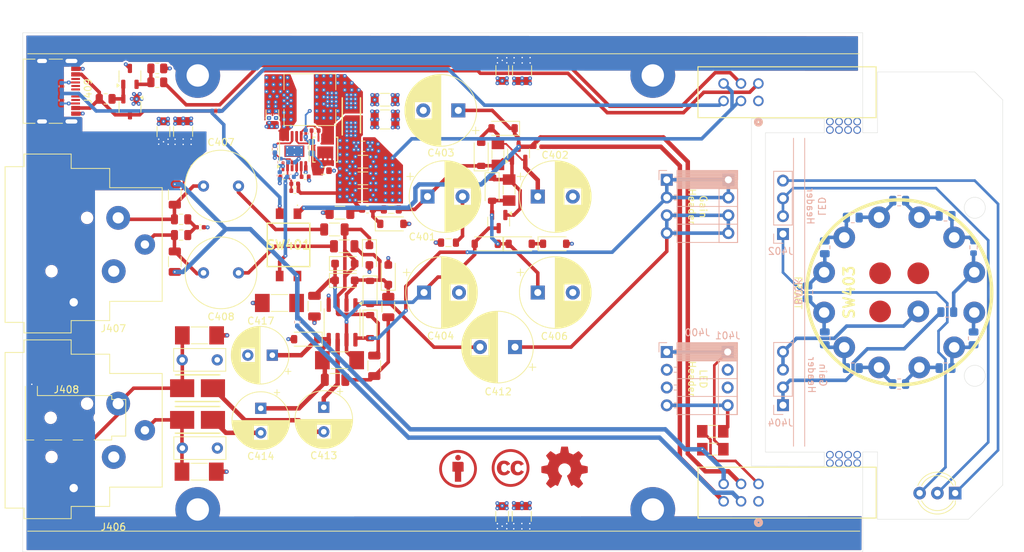
<source format=kicad_pcb>
(kicad_pcb (version 20240108) (generator "pcbnew") (generator_version "8.0")
  (layers (0 "F.Cu" signal) (1 "In1.Cu" signal) (2 "In2.Cu" signal) (31 "B.Cu" signal) (34 "B.Paste" user) (35 "F.Paste" user) (36 "B.SilkS" user "B.Silkscreen") (37 "F.SilkS" user "F.Silkscreen") (38 "B.Mask" user) (39 "F.Mask" user) (44 "Edge.Cuts" user))
  (net 0 "")
  (net 1 "GND")
  (net 2 "+48V")
  (net 3 "/Phantom Power Management/+48V_FLT")
  (net 4 "/Phantom Power Management/+48V_FLT_N")
  (net 5 "/Phantom Power Management/+35V_AMP_G")
  (net 6 "/Phantom Power Management/+48V_PH_G")
  (net 7 "/Phantom Power Management/+48V_PH_SW")
  (net 8 "/Hardware & IO Connectors/XLR In+")
  (net 9 "/Input Gating/In+_R")
  (net 10 "/Input Gating/In-_R")
  (net 11 "/Input Gating/PH_CAP")
  (net 12 "/Amplifier/Line Out-")
  (net 13 "/Amplifier/Line Out+")
  (net 14 "+5V_USB")
  (net 15 "/48V Regulator/+48V_VCC")
  (net 16 "/48V Regulator/+48V_ITH")
  (net 17 "/48V Regulator/+48V_SNS")
  (net 18 "/Phantom Power Management/+48V_FLT_R")
  (net 19 "/Input Gating/In+_SW")
  (net 20 "/Hardware & IO Connectors/XLR In-")
  (net 21 "/Input Gating/In-_SW")
  (net 22 "/48V Regulator/+48V_SW")
  (net 23 "/Phantom Power Management/PH_LED_GR")
  (net 24 "/48V Regulator/+48V_G")
  (net 25 "/48V Regulator/+48V_G_R")
  (net 26 "/Input Gating/+48V_PH")
  (net 27 "/Amplifier/+35V_AMP")
  (net 28 "/48V Regulator/+48V_RT")
  (net 29 "/48V Regulator/+48V_FB")
  (net 30 "/48V Regulator/+48V_G_P")
  (net 31 "/Amplifier/RG1")
  (net 32 "/Amplifier/RG2")
  (net 33 "/Hardware & IO Connectors/USB_PWR")
  (net 34 "/Hardware & IO Connectors/USB_CC1")
  (net 35 "/Hardware & IO Connectors/USB_CC2")
  (net 36 "/Hardware & IO Connectors/USB_G_N")
  (net 37 "/Hardware & IO Connectors/USB_G_P")
  (net 38 "/Hardware & IO Connectors/USB_SW")
  (net 39 "/48V Regulator/+48V_SS")
  (net 40 "/48V Regulator/+48V_PG")
  (net 41 "/48V Regulator/+48V_ITH_R")
  (net 42 "/Amplifier/AMP_OUT_FLT+")
  (net 43 "/Amplifier/AMP_OUT+")
  (net 44 "/Amplifier/AMP_OUT_FLT-")
  (net 45 "/Amplifier/AMP_OUT-")
  (net 46 "GND1")
  (net 47 "Earth")
  (net 48 "/Hardware & IO Connectors/USB_CC_R")
  (net 49 "Net-(D413-A)")
  (net 50 "/Phantom Power Management/PH_LED_RED")
  (net 51 "Net-(D406-A)")
  (net 52 "Net-(SW400B-A)")
  (net 53 "Net-(R411-Pad2)")
  (net 54 "Net-(R411-Pad1)")
  (net 55 "Net-(R412-Pad1)")
  (net 56 "Net-(R413-Pad1)")
  (net 57 "Net-(R414-Pad1)")
  (net 58 "Net-(R415-Pad1)")
  (net 59 "Net-(R416-Pad1)")
  (net 60 "Net-(R417-Pad1)")
  (net 61 "Net-(R418-Pad1)")
  (net 62 "Net-(R419-Pad1)")
  (net 63 "Net-(R420-Pad1)")
  (net 64 "Net-(R421-Pad1)")
  (net 65 "Net-(R424-Pad2)")
  (net 68 "/Phantom Power Management/+48V_PH_R")
  (net 69 "/Phantom Power Management/+48V_PH_SW_R")
  (net 70 "/Hardware & IO Connectors/USB_CC_SW")
  (net 71 "/Phantom Power Management/PH_LED_RED_R")
  (net 72 "/Phantom Power Management/PH_LED_GR_R")
  (net 73 "/Phantom Power Management/GND_R")
  (net 74 "/Amplifier/RG2_R")
  (net 75 "/Amplifier/RG1_R")
  (footprint "Diode_SMD:D_SOD-123" (layer "F.Cu") (at 124.295 100.2 -90)
    (property "Reference" "D413" (hide yes))
    (property "Value" "1N4148W")
  )
  (footprint "Diode_SMD:D_SOD-123" (layer "F.Cu") (at 115.095 106.875 180)
    (property "Reference" "D414" (hide yes))
    (property "Value" "18V")
  )
  (footprint "Capacitor_SMD:C_1206_3216Metric" (layer "F.Cu") (at 110.337754 74.806438 -90)
    (property "Reference" "C422" (hide yes))
    (property "Value" "10u" (hide yes))
  )
  (footprint "Capacitor_THT:CP_Radial_D10.0mm_P5.00mm" (layer "F.Cu") (at 145 108 180)
    (property "Reference" "C412")
    (property "Value" "3300u-6.3V")
  )
  (footprint "footprint:RESM6438X317N" (layer "F.Cu") (at 99.65 118.4)
    (property "Reference" "R426" (hide yes))
    (property "Value" "100" (hide yes))
  )
  (footprint "Package_TO_SOT_SMD:SOT-23-3" (layer "F.Cu") (at 89.9975 73.6825 -90)
    (property "Reference" "Q402" (hide yes))
    (property "Value" "PMOS" (hide yes))
  )
  (footprint "Capacitor_SMD:C_0402_1005Metric" (layer "F.Cu") (at 113.522754 84.669274 180)
    (property "Reference" "C430" (hide yes))
    (property "Value" "560p" (hide yes))
  )
  (footprint "footprint:24549852" (layer "F.Cu") (at 112.65 93.4 180)
    (property "Reference" "SW401")
    (property "Value" "SW_DIP_x02" (hide yes))
  )
  (footprint "Resistor_SMD:R_1206_3216Metric" (layer "F.Cu") (at 94.777565 77.2125 90)
    (property "Reference" "R437" (hide yes))
    (property "Value" "10M")
  )
  (footprint "Capacitor_THT:CP_Radial_D10.0mm_P5.00mm" (layer "F.Cu") (at 132.502323 86.5)
    (property "Reference" "C401")
    (property "Value" "220u-63V")
  )
  (footprint "footprint:PG-TSDSON-8-1&slash_2_INF" (layer "F.Cu") (at 117.897754 79.794274 -90)
    (property "Reference" "Q404" (hide yes))
    (property "Value" "BSC0910NDI_Q1" (hide yes))
  )
  (footprint "Diode_SMD:D_SOD-123F" (layer "F.Cu") (at 120.695 98.475)
    (property "Reference" "D409" (hide yes))
    (property "Value" "ACGRTS4004")
  )
  (footprint "Diode_SMD:D_SOD-123F" (layer "F.Cu") (at 126.895 97.675 90)
    (property "Reference" "D411" (hide yes))
    (property "Value" "ACGRTS4004")
  )
  (footprint "Resistor_SMD:R_0402_1005Metric" (layer "F.Cu") (at 148.276908 79.383797)
    (property "Reference" "R401" (hide yes))
    (property "Value" "0" (hide yes))
  )
  (footprint "Capacitor_THT:CP_Radial_D10.0mm_P5.00mm" (layer "F.Cu") (at 136.897677 74.19 180)
    (property "Reference" "C403")
    (property "Value" "220u-63V")
  )
  (footprint "Capacitor_SMD:C_0402_1005Metric" (layer "F.Cu") (at 100.04694 90.887106)
    (property "Reference" "C411" (hide yes))
    (property "Value" "47p")
  )
  (footprint "Resistor_SMD:R_1206_3216Metric" (layer "F.Cu") (at 124.895 110.675 -90)
    (property "Reference" "R425" (hide yes))
    (property "Value" "1.2k-0.1%")
  )
  (footprint "Capacitor_SMD:C_1206_3216Metric" (layer "F.Cu") (at 116.35 102.15 -90)
    (property "Reference" "C405" (hide yes))
    (property "Value" "0.1u")
  )
  (footprint "Diode_SMD:D_SOD-123F" (layer "F.Cu") (at 120.695 96.075)
    (property "Reference" "D408" (hide yes))
    (property "Value" "ACGRTS4004")
  )
  (footprint "Connector_Audio:Jack_3.5mm_KoreanHropartsElec_PJ-320D-4A_Horizontal" (layer "F.Cu") (at 80.92 118.1 180)
    (property "Reference" "J408")
    (property "Value" "AudioJack4")
  )
  (footprint "Inductor_SMD:L_0805_2012Metric" (layer "F.Cu") (at 135.5 93.08)
    (property "Reference" "FB401" (hide yes))
    (property "Value" "BLM21AG601SH1D")
  )
  (footprint "Resistor_SMD:R_1206_3216Metric" (layer "F.Cu") (at 126.895 102.275 -90)
    (property "Reference" "R424" (hide yes))
    (property "Value" "1.2k-0.1%")
  )
  (footprint "Capacitor_THT:CP_Radial_D10.0mm_P5.00mm" (layer "F.Cu") (at 148.252323 100.21)
    (property "Reference" "C406")
    (property "Value" "220u-63V")
  )
  (footprint "Symbol:OSHW-Symbol_6.7x6mm_Copper" (layer "F.Cu") (at 152.067676 125.195693)
    (property "Reference" "LOGO402" (hide yes))
    (property "Value" "Logo_Open_Hardware_Small" (hide yes))
  )
  (footprint "Resistor_SMD:R_0805_2012Metric" (layer "F.Cu") (at 93.9 70.175 180)
    (property "Reference" "R438" (hide yes))
    (property "Value" "100" (hide yes))
  )
  (footprint "Capacitor_SMD:C_1206_3216Metric" (layer "F.Cu") (at 120 88.8 180)
    (property "Reference" "C400" (hide yes))
    (property "Value" "0.1u" (hide yes))
  )
  (footprint "Capacitor_THT:CP_Radial_D8.0mm_P3.50mm" (layer "F.Cu") (at 108.68 116.75 -90)
    (property "Reference" "C414")
    (property "Value" "22u-50V")
  )
  (footprint "footprint:PBH2UEESNPNAGX_EWI" (layer "F.Cu") (at 179.780909 130.038123 -90)
    (property "Reference" "SW400" (hide yes))
    (property "Value" "SW_DPDT_x2")
  )
  (footprint "Capacitor_THT:C_Radial_D10.0mm_H16.0mm_P5.00mm" (layer "F.Cu") (at 100.5 85)
    (property "Reference" "C407")
    (property "Value" "47u-63V-BP")
  )
  (footprint "Resistor_SMD:R_MELF_MMB-0207" (layer "F.Cu") (at 99.875 125.8)
    (property "Reference" "R427" (hide yes))
    (property "Value" "47k")
  )
  (footprint "Capacitor_SMD:C_1206_3216Metric" (layer "F.Cu") (at 123.272754 86.269274)
    (property "Reference" "C426" (hide yes))
    (property "Value" "1uF" (hide yes))
  )
  (footprint "MountingHole:MountingHole_3.2mm_M3_Pad" (layer "F.Cu") (at 99.68 131.2)
    (property "Reference" "MH402" (hide yes))
    (property "Value" "M3")
  )
  (footprint "Package_TO_SOT_SMD:SOT-23" (layer "F.Cu") (at 142.67 90.0725 -90)
    (property "Reference" "Q401" (hide yes))
    (property "Value" "BC848C-7-F")
  )
  (footprint "Diode_SMD:D_SOD-123" (layer "F.Cu") (at 143.2975 76.75 180)
    (property "Reference" "D401" (hide yes))
    (property "Value" "1N4148W" (hide yes))
  )
  (footprint "Symbol:Symbol_CreativeCommons_CopperTop_Type2_Small" (layer "F.Cu") (at 144.367676 125.270693)
    (property "Reference" "LOGO400" (hide yes))
    (property "Value" "Logo_Open_Hardware_Small" (hide yes))
  )
  (footprint "Capacitor_SMD:C_0603_1608Metric" (layer "F.Cu") (at 123.92801 88.339825)
    (property "Reference" "F400" (hide yes))
    (property "Value" "TR-0603HV1-R" (hide yes))
  )
  (footprint "Diode_SMD:D_SOD-123" (layer "F.Cu") (at 145.74 93.25)
    (property "Reference" "D406" (hide yes))
    (property "Value" "18V")
  )
  (footprint "Resistor_SMD:R_1206_3216Metric" (layer "F.Cu") (at 96.4 86.2 -90)
    (property "Reference" "R406" (hide yes))
    (property "Value" "6.8k-0.1%-0.5W" (hide yes))
  )
  (footprint "MountingHole:MountingHole_3.2mm_M3_Pad" (layer "F.Cu") (at 99.68 69.2)
    (property "Reference" "MH400" (hide yes))
    (property "Value" "M3")
  )
  (footprint "Package_TO_SOT_SMD:SOT-23-3" (layer "F.Cu") (at 89.98749 69.331388 90)
    (property "Reference" "Q403" (hide yes))
    (property "Value" "NMOS" (hide yes))
  )
  (footprint "Capacitor_SMD:C_1210_3225Metric" (layer "F.Cu") (at 146.009695 68.508093 90)
    (property "Reference" "C419" (hide yes))
    (property "Value" "0.1u")
  )
  (footprint "LED_THT:LED_D5.0mm-3" (layer "F.Cu") (at 207.88 128.86 180)
    (property "Reference" "D404" (hide yes))
    (property "Value" "LED_Dual_AKA")
  )
  (footprint "Resistor_SMD:R_1206_3216Metric" (layer "F.Cu") (at 120.6 93.6 180)
    (property "Reference" "R410" (hide yes))
    (property "Value" "10-1W" (hide yes))
  )
  (footprint "footprint:LORINCK1049" (layer "F.Cu") (at 199.879998 100.184017 90)
    (property "Reference" "SW403")
    (property "Value" "SW_Rotary12" (hide yes))
  )
  (footprint "Capacitor_THT:CP_Radial_D10.0mm_P5.00mm" (layer "F.Cu") (at 148.252323 86.5)
    (property "Reference" "C402")
    (property "Value" "220u-63V")
  )
  (footprint "Package_SO:SOIC-8_3.9x4.9mm_P1.27mm" (layer "F.Cu") (at 120.295 104.475 -90)
    (property "Reference" "U400" (hide yes))
    (property "Value" "THAT1512")
  )
  (footprint "Capacitor_THT:C_Radial_D10.0mm_H16.0mm_P5.00mm" (layer "F.Cu") (at 100.5 97.4)
    (property "Reference" "C408")
    (property "Value" "47u-63V-BP")
  )
  (footprint "Capacitor_SMD:C_1206_3216Metric" (layer "F.Cu") (at 123.272754 83.894274)
    (property "Reference" "C425" (hide yes))
    (property "Value" "1uF" (hide yes))
  )
  (footprint "Diode_SMD:D_SOD-123" (layer "F.Cu") (at 140.8925 93.25 180)
    (property "Reference" "D405" (hide yes))
    (property "Value" "1N4148W")
  )
  (footprint "Capacitor_THT:CP_Radial_D8.0mm_P3.50mm" (layer "F.Cu") (at 117.68 116.597349 -90)
    (property "Reference" "C413")
    (property "Value" "22u-50V")
  )
  (footprint "footprint:DIOM5026X220N" (layer "F.Cu") (at 121.622754 74.894274 90)
    (property "Reference" "D415" (hide yes))
    (property "Value" "RB168L-60TFTE25" (hide yes))
  )
  (footprint "Capacitor_SMD:C_0805_2012Metric" (layer "F.Cu") (at 97.3 92)
    (property "Reference" "C409" (hide yes))
    (property "Value" "470p")
  )
  (footprint "footprint:RESM6438X317N" (layer "F.Cu") (at 99.65 113.875)
    (property "Reference" "R423" (hide yes))
    (property "Value" "100" (hide yes))
  )
  (footprint "Diode_SMD:D_SOD-123" (layer "F.Cu") (at 141.73 85.45 -90)
    (property "Reference" "D403" (hide yes))
    (property "Value" "1N4148W")
  )
  (footprint "Capacitor_SMD:C_1210_3225Metric" (layer "F.Cu") (at 145.962033 132.185668 -90)
    (property "Reference" "C418" (hide yes))
    (property "Value" "0.1u")
  )
  (footprint "Inductor_SMD:L_7.3x7.3_H4.5" (layer "F.Cu") (at 115.697754 72.65)
    (property "Reference" "L400" (hide yes))
    (property "Value" "18u" (hide yes))
  )
  (footprint "Resistor_SMD:R_MELF_MMB-0207" (layer "F.Cu") (at 119.93 109.875 180)
    (property "Reference" "R429" (hide yes))
    (property "Value" "4.7k")
  )
  (footprint "Diode_SMD:D_SOD-123" (layer "F.Cu") (at 140.17 80.4675 90)
    (property "Reference" "D400" (hide yes))
    (property "Value" "1N4148W")
  )
  (footprint "Resistor_SMD:R_1206_3216Metric" (layer "F.Cu") (at 119.2 91.2 180)
    (property "Reference" "R409" (hide yes))
    (property "Value" "10-1W" (hide yes))
  )
  (footprint "Resistor_SMD:R_0402_1005Metric" (layer "F.Cu") (at 115.022754 83.669274)
    (property "Reference" "R446" (hide yes))
    (property "Value" "40.2k" (hide yes))
  )
  (footprint "Capacitor_THT:C_Rect_L7.2mm_W3.0mm_P5.00mm_FKS2_FKP2_MKS2_MKP2" (layer "F.Cu") (at 97.46 109.83)
    (property "Reference" "C416" (hide yes))
    (property "Value" "10n")
  )
  (footprint "Resistor_SMD:R_MELF_MMB-0207" (layer "F.Cu") (at 111.35 101.7 180)
    (property "Reference" "R408" (hide yes))
    (property "Value" "47k" (hide yes))
  )
  (footprint "Resistor_SMD:R_MiniMELF_MMA-0204" (layer "F.Cu") (at 144.16 85.57 -90)
    (property "Reference" "R405" (hide yes))
    (property "Value" "10k")
  )
  (footprint "Package_TO_SOT_SMD:SOT-23" (layer "F.Cu") (at 145.5175 80.32 90)
    (property "Reference" "Q400" (hide yes))
    (property "Value" "BC848C-7-F" (hide yes))
  )
  (footprint "Resistor_SMD:R_1206_3216Metric" (layer "F.Cu") (at 143.162033 132.185668 90)
    (property "Reference" "R431" (hide yes))
    (property "Value" "10M")
  )
  (footprint "Resistor_SMD:R_MiniMELF_MMA-0204" (layer "F.Cu") (at 173.245 120.035)
    (property "Reference" "R403" (hide yes))
    (property "Value" "22k")
  )
  (footprint "Resistor_SMD:R_1206_3216Metric" (layer "F.Cu") (at 96.4 95.8 90)
    (property "Reference" "R407" (hide yes))
    (property "Value" "6.8k-0.1%-0.5W")
  )
  (footprint "Resistor_SMD:R_0402_1005Metric" (layer "F.Cu") (at 113.547754 85.669274 180)
    (property "Reference" "R444" (hide yes))
    (property "Value" "1M" (hide yes))
  )
  (footprint "Resistor_SMD:R_1206_3216Metric" (layer "F.Cu") (at 143.176783 68.509272 -90)
    (property "Reference" "R432" (hide yes))
    (property "Value" "10M")
  )
  (footprint "Capacitor_SMD:C_1210_3225Metric" (layer "F.Cu") (at 126.43 75.48 180)
    (property "Reference" "C420" (hide yes))
    (property "Value" "0.1u")
  )
  (footprint "Capacitor_SMD:C_1210_3225Metric" (layer "F.Cu") (at 97.589767 77.2 90)
    (property "Reference" "C421" (hide yes))
    (property "Value" "0.1u")
  )
  (footprint "Resistor_SMD:R_0402_1005Metric" (layer "F.Cu") (at 110.697754 79.794274 90)
    (property "Reference" "R442" (hide yes))
    (property "Value" "100k" (hide yes))
  )
  (footprint "Capacitor_SMD:C_0805_2012Metric" (layer "F.Cu") (at 97.3 89.75)
    (property "Reference" "C410" (hide yes))
    (property "Value" "470p")
  )
  (footprint "Connector_USB:USB_C_Receptacle_G-Switch_GT-USB-7010ASV" (layer "F.Cu") (at 78.51 71.45 -90)
    (property "Reference" "J409")
    (property "Value" "USB_C_Receptacle_PowerOnly_24P")
  )
  (footprint "Capacitor_SMD:C_1206_3216Metric" (layer "F.Cu") (at 123.272754 81.519274)
    (property "Reference" "C427" (hide yes))
    (property "Value" ".1uF" (hide yes))
  )
  (footprint "Capacitor_SMD:C_0805_2012Metric" (layer "F.Cu") (at 123.297754 79.319274)
    (property "Reference" "C428" (hide yes))
    (property "Value" ".01u" (hide yes))
  )
  (footprint "Diode_SMD:D_SOD-123" (layer "F.Cu") (at 127.4 90.4)
    (property "Reference" "D402" (hide yes))
    (property "Value" "1N4148W" (hide yes))
  )
  (footprint "footprint:PBH2UEESNPNAGX_EWI" (layer "F.Cu") (at 179.768785 72.8392 -90)
    (property "Reference" "SW404" (hide yes))
    (property "Value" "SW_DPDT_x2")
  )
  (footprint "Resistor_SMD:R_MiniMELF_MMA-0204" (layer "F.Cu") (at 142.56 80.48 90)
    (property "Reference" "R402" (hide yes))
    (property "Value" "10k")
  )
  (footprint "MountingHole:MountingHole_3.2mm_M3_Pad" (layer "F.Cu") (at 164.68 69.2)
    (property "Reference" "MH401" (hide yes))
    (property "Value" "M3")
  )
  (footprint "Connector_Audio:Jack_XLR_Neutrik_NC3FBH2_Horizontal" (layer "F.Cu") (at 87.68 123.7 180)
    (property "Reference" "J406")
    (property "Value" "NC3FBH2")
  )
  (footprint "MountingHole:MountingHole_3.2mm_M3_Pad" (layer "F.Cu") (at 164.68 131.2)
    (property "Reference" "MH403" (hide yes))
    (property "Value" "M3")
  )
  (footprint "Resistor_SMD:R_1206_3216Metric" (layer "F.Cu") (at 119.295 112.675 180)
    (property "Reference" "R430" (hide yes))
    (property "Value" "22k")
  )
  (footprint "Resistor_SMD:R_0603_1608Metric" (layer "F.Cu") (at 117.6 82.8)
    (property "Reference" "R447" (hide yes))
    (property "Value" "60m" (hide yes))
  )
  (footprint "Resistor_SMD:R_MiniMELF_MMA-0204" (layer "F.Cu") (at 173.26 122.59)
    (property "Reference" "R404" (hide yes))
    (property "Value" "22k")
  )
  (footprint "Symbol:Symbol_CC-Attribution_CopperTop_Small" (layer "F.Cu") (at 136.86 125.39)
    (property "Reference" "LOGO401" (hide yes))
    (property "Value" "Logo_Open_Hardware_Small" (hide yes))
  )
  (footprint "Resistor_SMD:R_0402_1005Metric" (layer "F.Cu") (at 116.444673 77.074399)
    (property "Reference" "R441" (hide yes))
    (property "Value" "5" (hide yes))
  )
  (footprint "Capacitor_THT:C_Rect_L7.2mm_W3.0mm_P5.00mm_FKS2_FKP2_MKS2_MKP2" (layer "F.Cu") (at 97.485 122.43)
    (property "Reference" "C415" (hide yes))
    (property "Value" "10n")
  )
  (footprint "Resistor_SMD:R_0402_1005Metric" (layer "F.Cu") (at 112.000854 83.685206 180)
    (property "Reference" "R448" (hide yes))
    (property "Value" "21.3k" (hide yes))
  )
  (footprint "Resistor_SMD:R_0805_2012Metric" (layer "F.Cu") (at 93.8975 68.195)
    (property "Reference" "R440" (hide yes))
    (property "Value" "10k" (hide yes))
  )
  (footprint "Diode_SMD:D_SOD-123" (layer "F.Cu") (at 150.6525 93.24)
    (property "Reference" "D407" (hide yes))
    (property "Value" "18V")
  )
  (footprint "Package_SO:MSOP-12-1EP_3x4mm_P0.65mm_EP1.65x2.85mm_ThermalVias" (layer "F.Cu") (at 113.481101 80.012999 90)
    (property "Reference" "U401" (hide yes))
    (property "Value" "LT8357" (hide yes))
  )
  (footprint "Resistor_SMD:R_1206_3216Metric" (layer "F.Cu") (at 126.4175 72.667798 180)
    (property "Reference" "R433" (hide yes))
    (property "Value" "10M")
  )
  (footprint "Diode_SMD:D_SOD-123F" (layer "F.Cu") (at 124.2 94.875 -90)
    (property "Reference" "D410" (hide yes))
    (property "Value" "ACGRTS4004")
  )
  (footprint "Diode_SMD:D_SOD-123" (layer "F.Cu") (at 124.295 105.075 -90)
    (property "Reference" "D412" (hide yes))
    (property "Value" "1N4148W")
  )
  (footprint "Connector_Audio:Jack_XLR_Neutrik_NC3FBH2_Horizontal" (layer "F.Cu") (at 87.68 97.16 180)
    (property "Reference" "J407")
    (property "Value" "NC3FBH2")
  )
  (footprint "Capacitor_THT:CP_Radial_D10.0mm_P5.00mm" (layer "F.Cu") (at 132 100.21)
    (property "Reference" "C404")
    (property "Value" "220u-63V")
  )
  (footprint "Inductor_SMD:L_0805_2012Metric" (layer "F.Cu") (at 127.327754 88.332454)
    (property "Reference" "FB400" (hide yes))
    (property "Value" "BLM21AG601SH1D" (hide yes))
  )
  (footprint "Resistor_SMD:R_0805_2012Metric" (layer "F.Cu") (at 86.5225 72.545)
    (property "Reference" "R434" (hide yes))
    (property "Value" "10k" (hide yes))
  )
  (footprint "Resistor_SMD:R_MELF_MMB-0207" (layer "F.Cu") (at 99.926002 106.32473)
    (property "Reference" "R428" (hide yes))
    (property "Value" "47k")
  )
  (footprint "Capacitor_THT:CP_Radial_D8.0mm_P3.50mm" (layer "F.Cu") (at 110.332651 109.16 180)
    (property "Reference" "C417")
    (property "Value" "220u-63V")
  )
  (footprint "Connector_PinHeader_2.54mm:PinHeader_1x04_P2.54mm_Vertical" (layer "B.Cu") (at 175.477804 84.101463 180)
    (property "Reference" "J405" (hide yes))
    (property "Value" "4-pin_0deg_header")
  )
  (footprint "Resistor_SMD:R_0402_1005Metric" (layer "B.Cu") (at 113.899191 104.42348 90)
    (property "Reference" "R400" (hide yes))
    (property "Value" "0" (hide yes))
  )
  (footprint "Resistor_SMD:R_0805_2012Metric" (layer "B.Cu") (at 210.5 106.75 90)
    (property "Reference" "R411" (hide yes))
    (property "Value" "8.06k")
  )
  (footprint "Resistor_SMD:R_0402_1005Metric" (layer "B.Cu") (at 102.25 74.268)
    (property "Reference" "R439" (hide yes))
    (property "Value" "0" (hide yes))
  )
  (footprint "Resistor_SMD:R_0805_2012Metric" (layer "B.Cu") (at 206.5 89.25 180)
    (property "Reference" "R420" (hide yes))
    (property "Value" "6.81")
  )
  (footprint "Resistor_SMD:R_0805_2012Metric" (layer "B.Cu") (at 186.781218 100.184017 -90)
    (property "Reference" "R416" (hide yes))
    (property "Value" "71.5")
  )
  (footprint "Capacitor_SMD:C_0402_1005Metric" (layer "B.Cu") (at 109.86 74.794274 -90)
    (property "Reference" "C424" (hide yes))
    (property "Value" "0.1u" (hide yes))
  )
  (footprint "Resistor_SMD:R_0805_2012Metric" (layer "B.Cu") (at 199.879998 113.282797)
    (property "Reference" "R413" (hide yes))
    (property "Value" "453")
  )
  (footprint "Resistor_SMD:R_0805_2012Metric" (layer "B.Cu") (at 193.25 111)
    (property "Reference" "R414" (hide yes))
    (property "Value" "237")
  )
  (footprint "Connector_PinSocket_2.54mm:PinSocket_1x04_P2.54mm_Horizontal" (layer "B.Cu") (at 166.68 84.1 180)
    (property "Reference" "J403" (hide yes))
    (property "Value" "4-pin_90deg_socket" (hide yes))
  )
  (footprint "Resistor_SMD:R_0805_2012Metric" (layer "B.Cu") (at 206.5 111)
    (property "Reference" "R412" (hide yes))
    (property "Value" "909")
  )
  (footprint "Resistor_SMD:R_0603_1608Metric" (layer "B.Cu") (at 210.5 93.75 90)
    (property "Reference" "R421" (hide yes))
    (property "Value" "3.9")
  )
  (footprint "Connector_PinHeader_2.54mm:PinHeader_1x04_P2.54mm_Vertical" (layer "B.Cu") (at 175.38 108.7 180)
    (property "Reference" "J401")
    (property "Value" "4-pin_0deg_header")
  )
  (footprint "Capacitor_SMD:C_0402_1005Metric" (layer "B.Cu") (at 112.930854 83.685206 180)
    (property "Reference" "C433" (hide yes))
    (property "Value" "22n" (hide yes))
  )
  (footprint "Connector_PinSocket_2.54mm:PinSocket_1x04_P2.54mm_Horizontal" (layer "B.Cu") (at 166.68 108.7 180)
    (property "Reference" "J400")
    (property "Value" "4-pin_90deg_socket")
  )
  (footprint "Resistor_SMD:R_0603_1608Metric" (layer "B.Cu") (at 115.95 79.5 -90)
    (property "Reference" "R443" (hide yes))
    (property "Value" "1")
  )
  (footprint "Resistor_SMD:R_0805_2012Metric" (layer "B.Cu") (at 193.25 89.5 180)
    (property "Reference" "R418" (hide yes))
    (property "Value" "22")
  )
  (footprint "Capacitor_SMD:C_0402_1005Metric" (layer "B.Cu") (at 110.697754 79.694274 -90)
    (property "Reference" "C429" (hide yes))
    (property "Value" "2.2u" (hide yes))
  )
  (footprint "Connector_PinHeader_2.54mm:PinHeader_1x04_P2.54mm_Vertical" (layer "B.Cu") (at 183.28 116.3)
    (property "Reference" "J404")
    (property "Value" "4-pin_0deg_header")
  )
  (footprint "Connector_PinHeader_2.54mm:PinHeader_1x04_P2.54mm_Vertical" (layer "B.Cu") (at 183.278435 91.840112)
    (property "Reference" "J402")
    (property "Value" "4-pin_0deg_header")
  )
  (footprint "Resistor_SMD:R_0805_2012Metric" (layer "B.Cu") (at 206.75 103 180)
    (property "Reference" "R422" (hide yes))
    (property "Value" "4.99")
  )
  (footprint "Capacitor_SMD:C_0402_1005Metric" (layer "B.Cu") (at 111.397754 83.494274 -90)
    (property "Reference" "C432" (hide yes))
    (property "Value" "10p")
  )
  (footprint "Resistor_SMD:R_0805_2012Metric" (layer "B.Cu") (at 189.25 106.75 -90)
    (property "Reference" "R415" (hide yes))
    (property "Value" "127")
  )
  (footprint "Capacitor_SMD:C_0402_1005Metric" (layer "B.Cu") (at 110.87 74.79 -90)
    (property "Reference" "C423" (hide yes))
    (property "Value" "0.1u" (hide yes))
  )
  (footprint "Resistor_SMD:R_0402_1005Metric" (layer "B.Cu") (at 111.497754 81.594274 90)
    (property "Reference" "R445" (hide yes))
    (property "Value" "42.2k" (hide yes))
  )
  (footprint "Capacitor_SMD:C_0402_1005Metric" (layer "B.Cu") (at 80.25 72.75 90)
    (property "Reference" "R435" (hide yes))
    (property "Value" "5.1k")
  )
  (footprint "Resistor_SMD:R_0805_2012Metric" (layer "B.Cu") (at 189.25 93.75 -90)
    (property "Reference" "R417" (hide yes))
    (property "Value" "39")
  )
  (footprint "Capacitor_SMD:C_0402_1005Metric" (layer "B.Cu") (at 113.097754 81.594274)
    (property "Reference" "C434" (hide yes))
    (property "Value" "150p" (hide yes))
  )
  (footprint "Capacitor_SMD:C_0402_1005Metric" (layer "B.Cu") (at 115.1 77.5 90)
    (property "Reference" "C431" (hide yes))
    (property "Value" "1n" (hide yes))
  )
  (footprint "Resistor_SMD:R_0805_2012Metric" (layer "B.Cu") (at 199.879998 87.085237 180)
    (property "Reference" "R419" (hide yes))
    (property "Value" "12.4")
  )
  (footprint "Capacitor_SMD:C_0402_1005Metric" (layer "B.Cu") (at 80.25 70.75 -90)
    (property "Reference" "R436" (hide yes))
    (property "Value" "5.1k")
  )
  (gr_line (start 184.78 78.168) (end 184.78 99.568) (stroke (width 0.12)) (layer "B.SilkS"))
  (gr_line (start 186.38 122.168) (end 186.38 78.168) (stroke (width 0.12)) (layer "B.SilkS"))
  (gr_line (start 184.78 99.568) (end 184.78 122.168) (stroke (width 0.12)) (layer "B.SilkS"))
  (gr_line (start 75.38 66.1) (end 194.175 66.1) (stroke (width 0.12)) (layer "F.SilkS"))
  (gr_line (start 75.38 134.3) (end 194.25 134.3) (stroke (width 0.12)) (layer "F.SilkS"))
  (gr_line (start 214.68 127.7) (end 209.78 132.6) (stroke (width 0.05)) (layer "Edge.Cuts"))
  (gr_line (start 196.78 77.384) (end 196.78 68.7) (stroke (width 0.05)) (layer "Edge.Cuts"))
  (gr_line (start 194.68 77.384) (end 196.78 77.384) (stroke (width 0.05)) (layer "Edge.Cuts"))
  (gr_circle (center 210.68 88.1) (end 210.68 89.6) (stroke (width 0.05)) (fill none) (layer "Edge.Cuts"))
  (gr_line (start 210.68 68.7) (end 214.68 72.7) (stroke (width 0.05)) (layer "Edge.Cuts"))
  (gr_line (start 189.18 125) (end 189.18 123) (stroke (width 0.05)) (layer "Edge.Cuts"))
  (gr_line (start 210.68 68.7) (end 196.78 68.7) (stroke (width 0.05)) (layer "Edge.Cuts"))
  (gr_line (start 180.78 123) (end 180.78 77.4) (stroke (width 0.05)) (layer "Edge.Cuts"))
  (gr_line (start 194.68 137.268) (end 194.68 122.984) (stroke (width 0.05)) (layer "Edge.Cuts"))
  (gr_line (start 178.78 124.984) (end 189.18 125) (stroke (width 0.05)) (layer "Edge.Cuts"))
  (gr_line (start 189.18 77.4) (end 180.78 77.4) (stroke (width 0.05)) (layer "Edge.Cuts"))
  (gr_line (start 194.68 77.384) (end 194.68 63.1) (stroke (width 0.05)) (layer "Edge.Cuts"))
  (gr_line (start 194.68 63.1) (end 74.68 63.1) (stroke (width 0.05)) (layer "Edge.Cuts"))
  (gr_line (start 178.78 75.4) (end 178.78 124.984) (stroke (width 0.05)) (layer "Edge.Cuts"))
  (gr_line (start 189.18 77.4) (end 189.18 75.4) (stroke (width 0.05)) (layer "Edge.Cuts"))
  (gr_line (start 196.78 122.984) (end 194.68 122.984) (stroke (width 0.05)) (layer "Edge.Cuts"))
  (gr_line (start 189.18 123) (end 180.78 123) (stroke (width 0.05)) (layer "Edge.Cuts"))
  (gr_line (start 74.68 63.1) (end 74.68 137.268) (stroke (width 0.05)) (layer "Edge.Cuts"))
  (gr_line (start 178.78 75.4) (end 189.18 75.4) (stroke (width 0.05)) (layer "Edge.Cuts"))
  (gr_circle (center 210.68 112.1) (end 210.68 110.6) (stroke (width 0.05)) (fill none) (layer "Edge.Cuts"))
  (gr_line (start 196.78 132.6) (end 209.78 132.6) (stroke (width 0.05)) (layer "Edge.Cuts"))
  (gr_line (start 196.78 122.984) (end 196.78 132.6) (stroke (width 0.05)) (layer "Edge.Cuts"))
  (gr_line (start 214.68 127.7) (end 214.68 72.7) (stroke (width 0.05)) (layer "Edge.Cuts"))
  (gr_line (start 194.68 137.268) (end 74.68 137.268) (stroke (width 0.05)) (layer "Edge.Cuts"))
  (gr_text "BACK" (at 185.43 100.084 270) (layer "B.SilkS") (effects (font (size 1 1)) (justify mirror)))
  (gr_text "Gain\nHeader" (at 188.181104 111.990017 270) (layer "B.SilkS") (effects (font (size 1 1)) (justify mirror)))
  (gr_text "LED\nHeader" (at 188 87.9 270) (layer "B.SilkS") (effects (font (size 1 1)) (justify mirror)))
  (gr_text "Gain\nHeader" (at 171.08 87.95 270) (layer "F.SilkS") (effects (font (size 1 1))))
  (gr_text "FRONT" (at 185.43 100.25 270) (layer "F.SilkS") (effects (font (size 1 1))))
  (gr_text "LED\nHeader" (at 171.08 112.55 270) (layer "F.SilkS") (effects (font (size 1 1))))
  (via (at 193.88 76.984) (size 1.1) (drill 0.8) (layers "F.Cu" "B.Cu") (net 0))
  (via (at 192.58 123.384) (size 1.1) (drill 0.8) (layers "F.Cu" "B.Cu") (net 0))
  (via (at 189.98 123.384) (size 1.1) (drill 0.8) (layers "F.Cu" "B.Cu") (net 0))
  (via (at 191.28 123.384) (size 1.1) (drill 0.8) (layers "F.Cu" "B.Cu") (net 0))
  (via (at 191.28 124.584) (size 1.1) (drill 0.8) (layers "F.Cu" "B.Cu") (net 0))
  (via (at 193.88 75.784) (size 1.1) (drill 0.8) (layers "F.Cu" "B.Cu") (net 0))
  (via (at 192.58 75.784) (size 1.1) (drill 0.8) (layers "F.Cu" "B.Cu") (net 0))
  (via (at 189.98 124.584) (size 1.1) (drill 0.8) (layers "F.Cu" "B.Cu") (net 0))
  (via (at 192.58 124.584) (size 1.1) (drill 0.8) (layers "F.Cu" "B.Cu") (net 0))
  (via (at 192.58 76.984) (size 1.1) (drill 0.8) (layers "F.Cu" "B.Cu") (net 0))
  (via (at 193.88 124.584) (size 1.1) (drill 0.8) (layers "F.Cu" "B.Cu") (net 0))
  (via (at 189.98 76.984) (size 1.1) (drill 0.8) (layers "F.Cu" "B.Cu") (net 0))
  (via (at 189.98 75.784) (size 1.1) (drill 0.8) (layers "F.Cu" "B.Cu") (net 0))
  (via (at 191.28 75.784) (size 1.1) (drill 0.8) (layers "F.Cu" "B.Cu") (net 0))
  (via (at 191.28 76.984) (size 1.1) (drill 0.8) (layers "F.Cu" "B.Cu") (net 0))
  (via (at 193.88 123.384) (size 1.1) (drill 0.8) (layers "F.Cu" "B.Cu") (net 0))
  (segment (start 126.895 96.275) (end 126.895 95.275) (width 0.508) (layer "F.Cu") (net 1))
  (segment (start 129.885944 90.401163) (end 129.064064 90.401163) (width 0.635) (layer "F.Cu") (net 1))
  (segment (start 118.379836 100.645918) (end 118.379836 101.989836) (width 0.508) (layer "F.Cu") (net 1))
  (segment (start 124.2 96.275) (end 124.2 97.275) (width 0.508) (layer "F.Cu") (net 1))
  (segment (start 101.084717 90.887106) (end 101.092314 90.894703) (width 0.508) (layer "F.Cu") (net 1))
  (segment (start 133.692412 93.078611) (end 133.687274 93.073473) (width 0.635) (layer "F.Cu") (net 1))
  (segment (start 112.621872 106.875) (end 112.614167 106.867295) (width 0.508) (layer "F.Cu") (net 1))
  (segment (start 103.861937 106.32473) (end 103.870624 106.316043) (width 0.635) (layer "F.Cu") (net 1))
  (segment (start 117.565936 88.8) (end 118.639792 88.8) (width 0.635) (layer "F.Cu") (net 1))
  (segment (start 102.325 125.8) (end 103.8 125.8) (width 0.635) (layer "F.Cu") (net 1))
  (segment (start 116.35 103.625) (end 116.35 104.55) (width 0.635) (layer "F.Cu") (net 1))
  (segment (start 102.376002 106.32473) (end 103.861937 106.32473) (width 0.635) (layer "F.Cu") (net 1))
  (segment (start 100.52694 90.887106) (end 101.084717 90.887106) (width 0.508) (layer "F.Cu") (net 1))
  (segment (start 152.3025 93.24) (end 153.13 93.24) (width 0.508) (layer "F.Cu") (net 1))
  (segment (start 134.435832 93.078611) (end 133.692412 93.078611) (width 0.635) (layer "F.Cu") (net 1))
  (segment (start 108.9 101.7) (end 107.55 101.7) (width 0.635) (layer "F.Cu") (net 1))
  (segment (start 118.379836 101.989836) (end 118.39 102) (width 0.508) (layer "F.Cu") (net 1))
  (segment (start 113.445 106.875) (end 112.621872 106.875) (width 0.508) (layer "F.Cu") (net 1))
  (via (at 107.55 101.7) (size 0.5642) (drill 0.2032) (layers "F.Cu" "B.Cu") (net 1))
  (via (at 145.988293 130.250051) (size 0.5642) (drill 0.2032) (layers "F.Cu" "B.Cu") (net 1))
  (via (at 147.145636 69.603099) (size 0.5642) (drill 0.2032) (layers "F.Cu" "B.Cu") (net 1))
  (via (at 143.841974 70.318078) (size 0.5642) (drill 0.2032) (layers "F.Cu" "B.Cu") (net 1))
  (via (at 112.614167 106.867295) (size 0.5642) (drill 0.2032) (layers "F.Cu" "B.Cu") (net 1))
  (via (at 143.167826 130.674749) (size 0.5642) (drill 0.2032) (layers "F.Cu" "B.Cu") (net 1))
  (via (at 127.871604 72.68) (size 0.5642) (drill 0.2032) (layers "F.Cu" "B.Cu") (net 1))
  (via (at 127.528775 76.636408) (size 0.5642) (drill 0.2032) (layers "F.Cu" "B.Cu") (net 1))
  (via (at 147.119117 130.255168) (size 0.5642) (drill 0.2032) (layers "F.Cu" "B.Cu") (net 1))
  (via (at 128.250251 73.319606) (size 0.5642) (drill 0.2032) (layers "F.Cu" "B.Cu") (net 1))
  (via (at 145.988293 131.017578) (size 0.5642) (drill 0.2032) (layers "F.Cu" "B.Cu") (net 1))
  (via (at 143.817666 131.032929) (size 0.5642) (drill 0.2032) (layers "F.Cu" "B.Cu") (net 1))
  (via (at 101.092314 90.894703) (size 0.5642) (drill 0.2032) (layers "F.Cu" "B.Cu") (net 1))
  (via (at 103.870624 106.316043) (size 0.5642) (drill 0.2032) (layers "F.Cu" "B.Cu") (net 1))
  (via (at 142.501359 69.591485) (size 0.5642) (drill 0.2032) (layers "F.Cu" "B.Cu") (net 1))
  (via (at 117.564006 88.80193) (size 0.5642) (drill 0.2032) (layers "F.Cu" "B.Cu") (net 1))
  (via (at 128.296302 75.500467) (size 0.5642) (drill 0.2032) (layers "F.Cu" "B.Cu") (net 1))
  (via (at 153.13 93.24) (size 0.5642) (drill 0.2032) (layers "F.Cu" "B.Cu") (net 1))
  (via (at 143.176783 69.959899) (size 0.5642) (drill 0.2032) (layers "F.Cu" "B.Cu") (net 1))
  (via (at 146.014812 70.365509) (size 0.5642) (drill 0.2032) (layers "F.Cu" "B.Cu") (net 1))
  (via (at 126.895 95.275) (size 0.5642) (drill 0.2032) (layers "F.Cu" "B.Cu") (net 1))
  (via (at 124.2 97.275) (size 0.5642) (drill 0.2032) (layers "F.Cu" "B.Cu") (net 1))
  (via (at 142.491126 70.302727) (size 0.5642) (drill 0.2032) (layers "F.Cu" "B.Cu") (net 1))
  (via (at 144.858404 69.618449) (size 0.5642) (drill 0.2032) (layers "F.Cu" "B.Cu") (net 1))
  (via (at 133.687274 93.073473) (size 0.5642) (drill 0.2032) (layers "F.Cu" "B.Cu") (net 1))
  (via (at 127.513424 71.989226) (size 0.5642) (drill 0.2032) (layers "F.Cu" "B.Cu") (net 1))
  (via (at 128.240017 71.989226) (size 0.5642) (drill 0.2032) (layers "F.Cu" "B.Cu") (net 1))
  (via (at 128.291185 76.631291) (size 0.5642) (drill 0.2032) (layers "F.Cu" "B.Cu") (net 1))
  (via (at 127.539008 74.338942) (size 0.5642) (drill 0.2032) (layers "F.Cu" "B.Cu") (net 1))
  (via (at 116.35 104.55) (size 0.5642) (drill 0.2032) (layers "F.Cu" "B.Cu") (net 1))
  (via (at 127.513424 73.32984) (size 0.5642) (drill 0.2032) (layers "F.Cu" "B.Cu") (net 1))
  (via (at 142.477052 130.306336) (size 0.5642) (drill 0.2032) (layers "F.Cu" "B.Cu") (net 1))
  (via (at 144.826768 131.007345) (size 0.5642) (drill 0.2032) (layers "F.Cu" "B.Cu") (net 1))
  (via (at 127.528775 75.500467) (size 0.5642) (drill 0.2032) (layers "F.Cu" "B.Cu") (net 1))
  (via (at 143.807432 130.296102) (size 0.5642) (drill 0.2032) (layers "F.Cu" "B.Cu") (net 1))
  (via (at 103.8 125.8) (size 0.5642) (drill 0.2032) (layers "F.Cu" "B.Cu") (net 1))
  (via (at 142.477052 131.032929) (size 0.5642) (drill 0.2032) (layers "F.Cu" "B.Cu") (net 1))
  (via (at 144.831885 130.270518) (size 0.5642) (drill 0.2032) (layers "F.Cu" "B.Cu") (net 1))
  (via (at 144.853287 70.355276) (size 0.5642) (drill 0.2032) (layers "F.Cu" "B.Cu") (net 1))
  (via (at 128.275835 74.344059) (size 0.5642) (drill 0.2032) (layers "F.Cu" "B.Cu") (net 1))
  (via (at 147.150753 70.365509) (size 0.5642) (drill 0.2032) (layers "F.Cu" "B.Cu") (net 1))
  (via (at 118.379836 100.645918) (size 0.5642) (drill 0.2032) (layers "F.Cu" "B.Cu") (net 1))
  (via (at 147.124234 131.017578) (size 0.5642) (drill 0.2032) (layers "F.Cu" "B.Cu") (net 1))
  (via (at 143.83174 69.591485) (size 0.5642) (drill 0.2032) (layers "F.Cu" "B.Cu") (net 1))
  (via (at 129.886646 90.401865) (size 0.5642) (drill 0.2032) (layers "F.Cu" "B.Cu") (net 1))
  (via (at 146.014812 69.597982) (size 0.5642) (drill 0.2032) (layers "F.Cu" "B.Cu") (net 1))
  (segment (start 121.475 88.8) (end 121.859919 88.415081) (width 0.508) (layer "F.Cu") (net 2))
  (segment (start 121.797754 87.047175) (end 121.4 87) (width 0.508) (layer "F.Cu") (net 2))
  (segment (start 121.797754 81.297754) (end 121 80.5) (width 0.508) (layer "F.Cu") (net 2))
  (segment (start 122.2 87.449421) (end 122.2 87) (width 0.508) (layer "F.Cu") (net 2))
  (segment (start 114.057754 84.724274) (end 114.002754 84.669274) (width 0.508) (layer "F.Cu") (net 2))
  (segment (start 121.859919 88.415081) (end 123.077754 88.415081) (width 0.508) (layer "F.Cu") (net 2))
  (segment (start 114.38848 86) (end 121.522362 86) (width 0.508) (layer "F.Cu") (net 2))
  (segment (start 121.750579 87) (end 121.797754 87.047175) (width 0.508) (layer "F.Cu") (net 2))
  (segment (start 121.4 87) (end 121.797754 86.602246) (width 0.508) (layer "F.Cu") (net 2))
  (segment (start 123.090404 88.339825) (end 122.2 87.449421) (width 0.508) (layer "F.Cu") (net 2))
  (segment (start 122.2 87) (end 121.750579 87) (width 0.508) (layer "F.Cu") (net 2))
  (segment (start 114.057754 85.669274) (end 114.38848 86) (width 0.508) (layer "F.Cu") (net 2))
  (segment (start 121.797754 81.519274) (end 121.797754 81.297754) (width 0.508) (layer "F.Cu") (net 2))
  (segment (start 114.057754 85.669274) (end 114.057754 84.724274) (width 0.508) (layer "F.Cu") (net 2))
  (via (at 122.6 78.8) (size 0.5642) (drill 0.2032) (layers "F.Cu" "B.Cu") (net 2))
  (via (at 120 86.5) (size 0.5642) (drill 0.2032) (layers "F.Cu" "B.Cu") (net 2))
  (via (at 122.2 83.2) (size 0.5642) (drill 0.2032) (layers "F.Cu" "B.Cu") (net 2))
  (via (at 120.972754 81.519274) (size 0.5642) (drill 0.2032) (layers "F.Cu" "B.Cu") (net 2))
  (via (at 121.58 77.768) (size 0.5642) (drill 0.2032) (layers "F.Cu" "B.Cu") (net 2))
  (via (at 120.98 76.568) (size 0.5642) (drill 0.2032) (layers "F.Cu" "B.Cu") (net 2))
  (via (at 121.4 82.2) (size 0.5642) (drill 0.2032) (layers "F.Cu" "B.Cu") (net 2))
  (via (at 122.18 77.768) (size 0.5642) (drill 0.2032) (layers "F.Cu" "B.Cu") (net 2))
  (via (at 121 79.5) (size 0.5642) (drill 0.2032) (layers "F.Cu" "B.Cu") (net 2))
  (via (at 120.98 77.168) (size 0.5642) (drill 0.2032) (layers "F.Cu" "B.Cu") (net 2))
  (via (at 121.58 77.168) (size 0.5642) (drill 0.2032) (layers "F.Cu" "B.Cu") (net 2))
  (via (at 122.2 80.8) (size 0.5642) (drill 0.2032) (layers "F.Cu" "B.Cu") (net 2))
  (via (at 120 80.5) (size 0.5642) (drill 0.2032) (layers "F.Cu" "B.Cu") (net 2))
  (via (at 121.795326 86.272964) (size 0.5642) (drill 0.2032) (layers "F.Cu" "B.Cu") (net 2))
  (via (at 120.972754 82.744274) (size 0.5642) (drill 0.2032) (layers "F.Cu" "B.Cu") (net 2))
  (via (at 122.6 79.8) (size 0.5642) (drill 0.2032) (layers "F.Cu" "B.Cu") (net 2))
  (via (at 121.790209 81.519411) (size 0.5642) (drill 0.2032) (layers "F.Cu" "B.Cu") (net 2))
  (via (at 121.4 87) (size 0.5642) (drill 0.2032) (layers "F.Cu" "B.Cu") (net 2))
  (via (at 121 78.5) (size 0.5642) (drill 0.2032) (layers "F.Cu" "B.Cu") (net 2))
  (via (at 122.18 76.568) (size 0.5642) (drill 0.2032) (layers "F.Cu" "B.Cu") (net 2))
  (via (at 120.98 77.768) (size 0.5642) (drill 0.2032) (layers "F.Cu" "B.Cu") (net 2))
  (via (at 120.98 75.968) (size 0.5642) (drill 0.2032) (layers "F.Cu" "B.Cu") (net 2))
  (via (at 120 79.5) (size 0.5642) (drill 0.2032) (layers "F.Cu" "B.Cu") (net 2))
  (via (at 120 81.5) (size 0.5642) (drill 0.2032) (layers "F.Cu" "B.Cu") (net 2))
  (via (at 120 82.5) (size 0.5642) (drill 0.2032) (layers "F.Cu" "B.Cu") (net 2))
  (via (at 121 86.5) (size 0.5642) (drill 0.2032) (layers "F.Cu" "B.Cu") (net 2))
  (via (at 120.972754 83.894274) (size 0.5642) (drill 0.2032) (layers "F.Cu" "B.Cu") (net 2))
  (via (at 121.4 83.2) (size 0.5642) (drill 0.2032) (layers "F.Cu" "B.Cu") (net 2))
  (via (at 120 78.5) (size 0.5642) (drill 0.2032) (layers "F.Cu" "B.Cu") (net 2))
  (via (at 122.2 87) (size 0.5642) (drill 0.2032) (layers "F.Cu" "B.Cu") (net 2))
  (via (at 121.58 76.568) (size 0.5642) (drill 0.2032) (layers "F.Cu" "B.Cu") (net 2))
  (via (at 122.2 85.6) (size 0.5642) (drill 0.2032) (layers "F.Cu" "B.Cu") (net 2))
  (via (at 122.30701 79.308932) (size 0.5642) (drill 0.2032) (layers "F.Cu" "B.Cu") (net 2))
  (via (at 122 78.8) (size 0.5642) (drill 0.2032) (layers "F.Cu" "B.Cu") (net 2))
  (via (at 121.779975 83.939681) (size 0.5642) (drill 0.2032) (layers "F.Cu" "B.Cu") (net 2))
  (via (at 122.18 77.168) (size 0.5642) (drill 0.2032) (layers "F.Cu" "B.Cu") (net 2))
  (via (at 122 79.8) (size 0.5642) (drill 0.2032) (layers "F.Cu" "B.Cu") (net 2))
  (via (at 121 80.5) (size 0.5642) (drill 0.2032) (layers "F.Cu" "B.Cu") (net 2))
  (via (at 120 83.5) (size 0.5642) (drill 0.2032) (layers "F.Cu" "B.Cu") (net 2))
  (via (at 120 84.5) (size 0.5642) (drill 0.2032) (layers "F.Cu" "B.Cu") (net 2))
  (via (at 122.18 75.968) (size 0.5642) (drill 0.2032) (layers "F.Cu" "B.Cu") (net 2))
  (via (at 120 85.5) (size 0.5642) (drill 0.2032) (layers "F.Cu" "B.Cu") (net 2))
  (via (at 121.4 84.6) (size 0.5642) (drill 0.2032) (layers "F.Cu" "B.Cu") (net 2))
  (via (at 122.2 84.6) (size 0.5642) (drill 0.2032) (layers "F.Cu" "B.Cu") (net 2))
  (via (at 121 85.5) (size 0.5642) (drill 0.2032) (layers "F.Cu" "B.Cu") (net 2))
  (via (at 122.2 82.2) (size 0.5642) (drill 0.2032) (layers "F.Cu" "B.Cu") (net 2))
  (via (at 121.58 75.968) (size 0.5642) (drill 0.2032) (layers "F.Cu" "B.Cu") (net 2))
  (segment (start 144.5675 81.2575) (end 143.2825 81.2575) (width 0.508) (layer "F.Cu") (net 3))
  (segment (start 144.825 89.135) (end 145.73 88.23) (width 0.508) (layer "F.Cu") (net 3))
  (segment (start 144.5675 81.2575) (end 144.5675 83.6625) (width 0.508) (layer "F.Cu") (net 3))
  (segment (start 142 84.07) (end 144.16 84.07) (width 0.508) (layer "F.Cu") (net 3))
  (segment (start 142.56 81.98) (end 142.44 82.1) (width 0.508) (layer "F.Cu") (net 3))
  (segment (start 128.390254 88.332454) (end 130.669869 88.332454) (width 0.508) (layer "F.Cu") (net 3))
  (segment (start 130.669869 88.332454) (end 136.884823 82.1175) (width 0.508) (layer "F.Cu") (net 3))
  (segment (start 145.73 88.23) (end 145.73 85.64) (width 0.508) (layer "F.Cu") (net 3))
  (segment (start 144.5675 83.6625) (end 144.16 84.07) (width 0.508) (layer "F.Cu") (net 3))
  (segment (start 142.44 82.1) (end 140.1875 82.1) (width 0.508) (layer "F.Cu") (net 3))
  (segment (start 143.2825 81.2575) (end 142.56 81.98) (width 0.508) (layer "F.Cu") (net 3))
  (segment (start 143.62 89.135) (end 144.825 89.135) (width 0.508) (layer "F.Cu") (net 3))
  (segment (start 136.884823 82.1175) (end 140.17 82.1175) (width 0.508) (layer "F.Cu") (net 3))
  (segment (start 141.73 83.8) (end 142 84.07) (width 0.508) (layer "F.Cu") (net 3))
  (segment (start 145.73 85.64) (end 144.16 84.07) (width 0.508) (layer "F.Cu") (net 3))
  (segment (start 137.5 86.502323) (end 137.502323 86.5) (width 0.508) (layer "F.Cu") (net 4))
  (segment (start 137.5 92.1425) (end 137.5 86.502323) (width 0.508) (layer "F.Cu") (net 4))
  (segment (start 136.5625 93.08) (end 137.5 92.1425) (width 0.508) (layer "F.Cu") (net 4))
  (segment (start 141.76 87.07) (end 141.73 87.1) (width 0.508) (layer "F.Cu") (net 5))
  (segment (start 144.09 93.25) (end 142.5425 93.25) (width 0.508) (layer "F.Cu") (net 5))
  (segment (start 148.252323 100.21) (end 148.252323 97.412323) (width 0.508) (layer "F.Cu") (net 5))
  (segment (start 141.72 89.135) (end 141.69 89.16) (width 0.508) (layer "F.Cu") (net 5))
  (segment (start 148.252323 97.412323) (end 144.09 93.25) (width 0.508) (layer "F.Cu") (net 5))
  (segment (start 141.69 89.16) (end 141.72 87.11) (width 0.508) (layer "F.Cu") (net 5))
  (segment (start 144.16 87.07) (end 141.76 87.07) (width 0.508) (layer "F.Cu") (net 5))
  (via (at 141.69 89.16) (size 0.5642) (drill 0.2032) (layers "F.Cu" "B.Cu") (net 5))
  (via (at 142.5425 93.25) (size 0.5642) (drill 0.2032) (layers "F.Cu" "B.Cu") (net 5))
  (segment (start 141.69 92.3975) (end 142.5425 93.25) (width 0.508) (layer "B.Cu") (net 5))
  (segment (start 141.69 89.16) (end 141.69 92.3975) (width 0.508) (layer "B.Cu") (net 5))
  (segment (start 142.56 77.6625) (end 142.56 78.98) (width 0.508) (layer "F.Cu") (net 6))
  (segment (start 148.252323 84.152323) (end 146.4675 82.3675) (width 0.635) (layer "F.Cu") (net 6))
  (segment (start 146.4675 81.2575) (end 146.0075 81.2575) (width 0.254) (layer "F.Cu") (net 6))
  (segment (start 143.73 78.98) (end 142.56 78.98) (width 0.254) (layer "F.Cu") (net 6))
  (segment (start 146.0075 81.2575) (end 143.73 78.98) (width 0.254) (layer "F.Cu") (net 6))
  (segment (start 141.44 76.75) (end 140.17 78.02) (width 0.508) (layer "F.Cu") (net 6))
  (segment (start 148.252323 86.5) (end 148.252323 84.152323) (width 0.635) (layer "F.Cu") (net 6))
  (segment (start 141.6475 76.75) (end 142.56 77.6625) (width 0.508) (layer "F.Cu") (net 6))
  (segment (start 140.17 78.02) (end 140.17 78.8175) (width 0.508) (layer "F.Cu") (net 6))
  (segment (start 141.6475 76.75) (end 141.44 76.75) (width 0.508) (layer "F.Cu") (net 6))
  (segment (start 146.4675 82.3675) (end 146.4675 81.2575) (width 0.635) (layer "F.Cu") (net 6))
  (segment (start 144.3 76.75) (end 141.74 74.19) (width 0.508) (layer "F.Cu") (net 7))
  (segment (start 175.492786 125.75) (end 172.2 125.75) (width 0.635) (layer "F.Cu") (net 7))
  (segment (start 145.518511 79.383511) (end 145.5175 79.3825) (width 0.635) (layer "F.Cu") (net 7))
  (segment (start 177.291709 127.548923) (end 175.492786 125.75) (width 0.635) (layer "F.Cu") (net 7))
  (segment (start 148.648 78.05) (end 147.766908 78.931092) (width 0.635) (layer "F.Cu") (net 7))
  (segment (start 147.18 79.383511) (end 145.518511 79.383511) (width 0.635) (layer "F.Cu") (net 7))
  (segment (start 147.314489 79.383511) (end 147.766908 78.931092) (width 0.635) (layer "F.Cu") (net 7))
  (segment (start 169.68 123.23) (end 169.68 81.53) (width 0.635) (layer "F.Cu") (net 7))
  (segment (start 145.5175 79.3825) (end 145.5175 78.1175) (width 0.508) (layer "F.Cu") (net 7))
  (segment (start 169.68 81.53) (end 166.2 78.05) (width 0.635) (layer "F.Cu") (net 7))
  (segment (start 145.5175 78.1175) (end 144.9475 77.5475) (width 0.508) (layer "F.Cu") (net 7))
  (segment (start 144.9475 77.5475) (end 144.9475 76.75) (width 0.508) (layer "F.Cu") (net 7))
  (segment (start 144.9475 76.75) (end 144.3 76.75) (width 0.508) (layer "F.Cu") (net 7))
  (segment (start 166.2 78.05) (end 148.648 78.05) (width 0.635) (layer "F.Cu") (net 7))
  (segment (start 147.754198 79.383511) (end 147.18 79.383511) (width 0.635) (layer "F.Cu") (net 7))
  (segment (start 147.766908 78.931092) (end 147.766908 79.383797) (width 0.635) (layer "F.Cu") (net 7))
  (segment (start 141.74 74.19) (end 136.897677 74.19) (width 0.508) (layer "F.Cu") (net 7))
  (segment (start 114.77 88.1) (end 113.92 88.95) (width 0.635) (layer "F.Cu") (net 7))
  (segment (start 114.85 88.1) (end 114.77 88.1) (width 0.635) (layer "F.Cu") (net 7))
  (segment (start 147.18 79.383511) (end 147.314489 79.383511) (width 0.635) (layer "F.Cu") (net 7))
  (segment (start 172.2 125.75) (end 169.68 123.23) (width 0.635) (layer "F.Cu") (net 7))
  (via (at 145.5175 79.3825) (size 0.5642) (drill 0.2032) (layers "F.Cu" "B.Cu") (net 7))
  (via (at 114.85 88.1) (size 0.5642) (drill 0.2032) (layers "F.Cu" "B.Cu") (net 7))
  (segment (start 145.5175 79.3825) (end 145.5175 79.4325) (width 0.635) (layer "B.Cu") (net 7))
  (segment (start 130.77 85.294) (end 130.77 87.1) (width 0.635) (layer "B.Cu") (net 7))
  (segment (start 129.77 88.1) (end 114.85 88.1) (width 0.635) (layer "B.Cu") (net 7))
  (segment (start 130.77 87.1) (end 129.77 88.1) (width 0.635) (layer "B.Cu") (net 7))
  (segment (start 140.182 84.768) (end 131.296 84.768) (width 0.635) (layer "B.Cu") (net 7))
  (segment (start 145.5175 79.4325) (end 140.182 84.768) (width 0.635) (layer "B.Cu") (net 7))
  (segment (start 131.296 84.768) (end 130.77 85.294) (width 0.635) (layer "B.Cu") (net 7))
  (segment (start 96.35 87.7125) (end 99.0625 85) (width 0.508) (layer "F.Cu") (net 8))
  (segment (start 99.0625 85) (end 100.5 85) (width 0.508) (layer "F.Cu") (net 8))
  (segment (start 96.35 89.75) (end 88.525 89.75) (width 0.508) (layer "F.Cu") (net 8))
  (segment (start 96.35 89.75) (end 96.35 87.7125) (width 0.508) (layer "F.Cu") (net 8))
  (segment (start 105.5 85.9) (end 105.5 85) (width 0.508) (layer "F.Cu") (net 9))
  (segment (start 110.8 91.2) (end 105.5 85.9) (width 0.508) (layer "F.Cu") (net 9))
  (segment (start 117.7375 91.2) (end 110.8 91.2) (width 0.508) (layer "F.Cu") (net 9))
  (segment (start 110.7 93.6) (end 119.1375 93.6) (width 0.508) (layer "F.Cu") (net 10))
  (segment (start 105.5 97.4) (end 106.9 97.4) (width 0.508) (layer "F.Cu") (net 10))
  (segment (start 106.9 97.4) (end 110.7 93.6) (width 0.508) (layer "F.Cu") (net 10))
  (segment (start 99.362894 90.887106) (end 98.25 92) (width 0.508) (layer "F.Cu") (net 11))
  (segment (start 99.387106 90.887106) (end 98.25 89.75) (width 0.508) (layer "F.Cu") (net 11))
  (segment (start 97.425 125.8) (end 97.425 118.425) (width 0.508) (layer "F.Cu") (net 12))
  (segment (start 93.62 118.4) (end 97.45 118.4) (width 0.508) (layer "F.Cu") (net 12))
  (segment (start 92.13 119.89) (end 93.62 118.4) (width 0.508) (layer "F.Cu") (net 12))
  (segment (start 97.476002 106.32473) (end 97.476002 113.848998) (width 0.508) (layer "F.Cu") (net 13))
  (segment (start 81.07 121.35) (end 77.07 121.35) (width 0.508) (layer "F.Cu") (net 13))
  (segment (start 84.07 121.35) (end 84.55 121.35) (width 0.508) (layer "F.Cu") (net 13))
  (segment (start 84.55 121.35) (end 88.315 117.585) (width 0.508) (layer "F.Cu") (net 13))
  (segment (start 81.07 121.35) (end 84.07 121.35) (width 0.508) (layer "F.Cu") (net 13))
  (segment (start 88.315 117.585) (end 88.315 116.08) (width 0.508) (layer "F.Cu") (net 13))
  (segment (start 88.315 116.08) (end 90.52 113.875) (width 0.508) (layer "F.Cu") (net 13))
  (segment (start 90.52 113.875) (end 97.45 113.875) (width 0.508) (layer "F.Cu") (net 13))
  (segment (start 90.9475 72.8025) (end 90.5 73.25) (width 0.508) (layer "F.Cu") (net 14))
  (segment (start 91.64725 72.569677) (end 91.622573 72.545) (width 0.508) (layer "F.Cu") (net 14))
  (segment (start 91.622573 72.545) (end 90.9475 72.545) (width 0.508) (layer "F.Cu") (net 14))
  (segment (start 111.856101 76.643899) (end 112 76.5) (width 0.254) (layer "F.Cu") (net 14))
  (segment (start 112.506101 77.862999) (end 112.506101 76.993899) (width 0.254) (layer "F.Cu") (net 14))
  (segment (start 112.506101 76.993899) (end 113 76.5) (width 0.254) (layer "F.Cu") (net 14))
  (segment (start 111.856101 77.862999) (end 111.856101 76.643899) (width 0.254) (layer "F.Cu") (net 14))
  (segment (start 90.9475 72.9475) (end 91.25 73.25) (width 0.508) (layer "F.Cu") (net 14))
  (segment (start 90.255 72.545) (end 90.9475 72.545) (width 0.508) (layer "F.Cu") (net 14))
  (segment (start 90.562371 71.849283) (end 90.9475 72.234412) (width 0.508) (layer "F.Cu") (net 14))
  (segment (start 91.388534 71.83686) (end 90.9475 72.277894) (width 0.508) (layer "F.Cu") (net 14))
  (via (at 109.8 73) (size 0.5642) (drill 0.2032) (layers "F.Cu" "B.Cu") (net 14))
  (via (at 90.562371 71.849283) (size 0.5642) (drill 0.2032) (layers "F.Cu" "B.Cu") (net 14))
  (via (at 112.5 69.5) (size 0.5642) (drill 0.2032) (layers "F.Cu" "B.Cu") (net 14))
  (via (at 90.943271 72.569298) (size 0.5642) (drill 0.2032) (layers "F.Cu" "B.Cu") (net 14))
  (via (at 109.8 73.6) (size 0.5642) (drill 0.2032) (layers "F.Cu" "B.Cu") (net 14))
  (via (at 90.255 72.545) (size 0.5642) (drill 0.2032) (layers "F.Cu" "B.Cu") (net 14))
  (via (at 112.47506 72.394076) (size 0.5642) (drill 0.2032) (layers "F.Cu" "B.Cu") (net 14))
  (via (at 112.5 70.5) (size 0.5642) (drill 0.2032) (layers "F.Cu" "B.Cu") (net 14))
  (via (at 113 72) (size 0.5642) (drill 0.2032) (layers "F.Cu" "B.Cu") (net 14))
  (via (at 109.5 71.5) (size 0.5642) (drill 0.2032) (layers "F.Cu" "B.Cu") (net 14))
  (via (at 110.5 69.5) (size 0.5642) (drill 0.2032) (layers "F.Cu" "B.Cu") (net 14))
  (via (at 112 73.6) (size 0.5642) (drill 0.2032) (layers "F.Cu" "B.Cu") (net 14))
  (via (at 113 76.5) (size 0.5642) (drill 0.2032) (layers "F.Cu" "B.Cu") (net 14))
  (via (at 110.5 70.5) (size 0.5642) (drill 0.2032) (layers "F.Cu" "B.Cu") (net 14))
  (via (at 112 74.5) (size 0.5642) (drill 0.2032) (layers "F.Cu" "B.Cu") (net 14))
  (via (at 112 72) (size 0.5642) (drill 0.2032) (layers "F.Cu" "B.Cu") (net 14))
  (via (at 110 72.2) (size 0.5642) (drill 0.2032) (layers "F.Cu" "B.Cu") (net 14))
  (via (at 112.493695 73.186075) (size 0.5642) (drill 0.2032) (layers "F.Cu" "B.Cu") (net 14))
  (via (at 109.5 69.5) (size 0.5642) (drill 0.2032) (layers "F.Cu" "B.Cu") (net 14))
  (via (at 111.5 69.5) (size 0.5642) (drill 0.2032) (layers "F.Cu" "B.Cu") (net 14))
  (via (at 111 72.2) (size 0.5642) (drill 0.2032) (layers "F.Cu" "B.Cu") (net 14))
  (via (at 111.5 70.5) (size 0.5642) (drill 0.2032) (layers "F.Cu" "B.Cu") (net 14))
  (via (at 113 72.8) (size 0.5642) (drill 0.2032) (layers "F.Cu" "B.Cu") (net 14))
  (via (at 109.86 74.314274) (size 0.5642) (drill 0.2032) (layers "F.Cu" "B.Cu") (net 14))
  (via (at 91.25 73.25) (size 0.5642) (drill 0.2032) (layers "F.Cu" "B.Cu") (net 14))
  (via (at 110.88346 74.315084) (size 0.5642) (drill 0.2032) (layers "F.Cu" "B.Cu") (net 14))
  (via (at 91.388534 71.83686) (size 0.5642) (drill 0.2032) (layers "F.Cu" "B.Cu") (net 14))
  (via (at 91.64725 72.569677) (size 0.5642) (drill 0.2032) (layers "F.Cu" "B.Cu") (net 14))
  (via (at 110.8 73) (size 0.5642) (drill 0.2032) (layers "F.Cu" "B.Cu") (net 14))
  (via (at 113 74.5) (size 0.5642) (drill 0.2032) (layers "F.Cu" "B.Cu") (net 14))
  (via (at 112 76.5) (size 0.5642) (drill 0.2032) (layers "F.Cu" "B.Cu") (net 14))
  (via (at 110.5 71.5) (size 0.5642) (drill 0.2032) (layers "F.Cu" "B.Cu") (net 14))
  (via (at 112.5 71.5) (size 0.5642) (drill 0.2032) (layers "F.Cu" "B.Cu") (net 14))
  (via (at 113 73.6) (size 0.5642) (drill 0.2032) (layers "F.Cu" "B.Cu") (net 14))
  (via (at 110.8 73.6) (size 0.5642) (drill 0.2032) (layers "F.Cu" "B.Cu") (net 14))
  (via (at 112 72.8) (size 0.5642) (drill 0.2032) (layers "F.Cu" "B.Cu") (net 14))
  (via (at 109.5 70.5) (size 0.5642) (drill 0.2032) (layers "F.Cu" "B.Cu") (net 14))
  (via (at 111.5 71.5) (size 0.5642) (drill 0.2032) (layers "F.Cu" "B.Cu") (net 14))
  (via (at 112 75.5) (size 0.5642) (drill 0.2032) (layers "F.Cu" "B.Cu") (net 14))
  (via (at 113 75.5) (size 0.5642) (drill 0.2032) (layers "F.Cu" "B.Cu") (net 14))
  (via (at 90.5 73.25) (size 0.5642) (drill 0.2032) (layers "F.Cu" "B.Cu") (net 14))
  (segment (start 110.697754 79.284274) (end 111.082028 78.9) (width 0.254) (layer "F.Cu") (net 15))
  (segment (start 112.85 78.9) (end 113.156101 78.593899) (width 0.254) (layer "F.Cu") (net 15))
  (segment (start 111.082028 78.9) (end 112.85 78.9) (width 0.254) (layer "F.Cu") (net 15))
  (segment (start 113.156101 78.593899) (end 113.156101 77.862999) (width 0.254) (layer "F.Cu") (net 15))
  (via (at 110.697754 79.284274) (size 0.5642) (drill 0.2032) (layers "F.Cu" "B.Cu") (net 15))
  (via (at 111.856101 82.162999) (size 0.5642) (drill 0.2032) (layers "F.Cu" "B.Cu") (net 16))
  (segment (start 111.797376 82.104274) (end 111.856101 82.162999) (width 0.154) (layer "B.Cu") (net 16))
  (segment (start 111.497754 82.104274) (end 111.797376 82.104274) (width 0.154) (layer "B.Cu") (net 16))
  (segment (start 111.397754 83.014274) (end 111.397754 82.204274) (width 0.154) (layer "B.Cu") (net 16))
  (via (at 115.1 77.95) (size 0.5642) (drill 0.2032) (layers "F.Cu" "B.Cu") (net 17))
  (segment (start 115.74 78.99) (end 115.1 78.35) (width 0.254) (layer "B.Cu") (net 17))
  (segment (start 115.95 78.99) (end 115.74 78.99) (width 0.254) (layer "B.Cu") (net 17))
  (segment (start 115.1 77.95) (end 115.1 77.98) (width 0.254) (layer "B.Cu") (net 17))
  (segment (start 115.1 78.35) (end 115.1 77.95) (width 0.254) (layer "B.Cu") (net 17))
  (segment (start 115.683474 78.633474) (end 115.877754 78.633474) (width 0.508) (layer "B.Cu") (net 17))
  (segment (start 125.75 90.4) (end 124.70301 89.35301) (width 0.508) (layer "F.Cu") (net 18))
  (segment (start 124.70301 88.339825) (end 126.257883 88.339825) (width 0.508) (layer "F.Cu") (net 18))
  (segment (start 124.70301 89.35301) (end 124.70301 88.339825) (width 0.508) (layer "F.Cu") (net 18))
  (segment (start 125.4575 108.65) (end 124.895 109.2125) (width 0.508) (layer "F.Cu") (net 19))
  (segment (start 119.66 103.24) (end 119.66 102) (width 0.508) (layer "F.Cu") (net 19))
  (segment (start 120.695 94.185) (end 120.695 99.675) (width 0.508) (layer "F.Cu") (net 19))
  (segment (start 124.2 92.4) (end 124.2 93.475) (width 0.508) (layer "F.Cu") (net 19))
  (segment (start 122.095 96.53) (end 120.695 97.93) (width 0.508) (layer "F.Cu") (net 19))
  (segment (start 120.695 99.675) (end 119.66 100.71) (width 0.508) (layer "F.Cu") (net 19))
  (segment (start 122.095 96.075) (end 122.095 95.595) (width 0.508) (layer "F.Cu") (net 19))
  (segment (start 122.095 95.595) (end 120.695 94.195) (width 0.508) (layer "F.Cu") (net 19))
  (segment (start 123 91.2) (end 124.2 92.4) (width 0.508) (layer "F.Cu") (net 19))
  (segment (start 119.66 100.71) (end 119.66 102) (width 0.508) (layer "F.Cu") (net 19))
  (segment (start 122.095 96.075) (end 122.095 96.53) (width 0.508) (layer "F.Cu") (net 19))
  (segment (start 124.199 103.329) (end 119.749 103.329) (width 0.508) (layer "F.Cu") (net 19))
  (segment (start 125.4575 104.5875) (end 125.4575 108.65) (width 0.508) (layer "F.Cu") (net 19))
  (segment (start 120.695 91.2) (end 120.695 94.185) (width 0.508) (layer "F.Cu") (net 19))
  (segment (start 119.749 103.329) (end 119.66 103.24) (width 0.508) (layer "F.Cu") (net 19))
  (segment (start 120.6625 91.2) (end 123 91.2) (width 0.508) (layer "F.Cu") (net 19))
  (segment (start 120.695 94.195) (end 120.695 94.185) (width 0.508) (layer "F.Cu") (net 19))
  (segment (start 124.295 103.425) (end 125.4575 104.5875) (width 0.508) (layer "F.Cu") (net 19))
  (segment (start 96.4 94.3375) (end 96.35 94.2875) (width 0.508) (layer "F.Cu") (net 20))
  (segment (start 93.48 92) (end 92.13 93.35) (width 0.508) (layer "F.Cu") (net 20))
  (segment (start 99.5625 97.5) (end 100.6 97.5) (width 0.508) (layer "F.Cu") (net 20))
  (segment (start 96.35 94.2875) (end 96.35 92) (width 0.508) (layer "F.Cu") (net 20))
  (segment (start 96.35 94.2875) (end 99.5625 97.5) (width 0.508) (layer "F.Cu") (net 20))
  (segment (start 96.35 92) (end 93.48 92) (width 0.508) (layer "F.Cu") (net 20))
  (segment (start 126.245 98.425) (end 125.695 98.425) (width 0.508) (layer "F.Cu") (net 21))
  (segment (start 120.93 100.44) (end 120.93 102) (width 0.508) (layer "F.Cu") (net 21))
  (segment (start 125.695 98.425) (end 124.295 98.425) (width 0.508) (layer "F.Cu") (net 21))
  (segment (start 125.695 95.695) (end 124.8 94.8) (width 0.508) (layer "F.Cu") (net 21))
  (segment (start 124.8 94.8) (end 123.2625 94.8) (width 0.508) (layer "F.Cu") (net 21))
  (segment (start 126.895 99.075) (end 126.245 98.425) (width 0.508) (layer "F.Cu") (net 21))
  (segment (start 122.145 98.425) (end 122.095 98.475) (width 0.508) (layer "F.Cu") (net 21))
  (segment (start 124.295 98.425) (end 122.145 98.425) (width 0.508) (layer "F.Cu") (net 21))
  (segment (start 122.145 98.425) (end 122.145 99.225) (width 0.508) (layer "F.Cu") (net 21))
  (segment (start 123.2625 94.8) (end 122.0625 93.6) (width 0.508) (layer "F.Cu") (net 21))
  (segment (start 125.695 98.425) (end 125.695 95.695) (width 0.508) (layer "F.Cu") (net 21))
  (segment (start 122.145 99.225) (end 120.93 100.44) (width 0.508) (layer "F.Cu") (net 21))
  (segment (start 126.895 100.8125) (end 126.895 99.075) (width 0.508) (layer "F.Cu") (net 21))
  (segment (start 117.886759 77.930868) (end 117.572753 78.244874) (width 0.508) (layer "F.Cu") (net 22))
  (segment (start 118.222755 78.244874) (end 118.222755 73.569273) (width 0.508) (layer "F.Cu") (net 22))
  (segment (start 117.886759 75.735996) (end 117.886759 77.930868) (width 0.508) (layer "F.Cu") (net 22))
  (segment (start 118.65 75.827245) (end 118.222755 75.4) (width 0.508) (layer "F.Cu") (net 22))
  (segment (start 118.65 78.022121) (end 118.65 75.827245) (width 0.508) (layer "F.Cu") (net 22))
  (segment (start 118.222755 75.4) (end 117.886759 75.735996) (width 0.508) (layer "F.Cu") (net 22))
  (segment (start 118.222755 73.569273) (end 118.897754 72.894274) (width 0.508) (layer "F.Cu") (net 22))
  (segment (start 118.872753 78.244874) (end 118.65 78.022121) (width 0.508) (layer "F.Cu") (net 22))
  (via (at 117.68 71.268) (size 0.5642) (drill 0.2032) (layers "F.Cu" "B.Cu") (net 22))
  (via (at 116.68 74.268) (size 0.5642) (drill 0.2032) (layers "F.Cu" "B.Cu") (net 22))
  (via (at 120.68 70.268) (size 0.5642) (drill 0.2032) (layers "F.Cu" "B.Cu") (net 22))
  (via (at 120.98 72.568) (size 0.5642) (drill 0.2032) (layers "F.Cu" "B.Cu") (net 22))
  (via (at 122.18 73.168) (size 0.5642) (drill 0.2032) (layers "F.Cu" "B.Cu") (net 22))
  (via (at 118.68 69.268) (size 0.5642) (drill 0.2032) (layers "F.Cu" "B.Cu") (net 22))
  (via (at 122.18 71.968) (size 0.5642) (drill 0.2032) (layers "F.Cu" "B.Cu") (net 22))
  (via (at 116.68 70.268) (size 0.5642) (drill 0.2032) (layers "F.Cu" "B.Cu") (net 22))
  (via (at 121.68 71.268) (size 0.5642) (drill 0.2032) (layers "F.Cu" "B.Cu") (net 22))
  (via (at 116.68 72.268) (size 0.5642) (drill 0.2032) (layers "F.Cu" "B.Cu") (net 22))
  (via (at 118.83 72.318) (size 0.5642) (drill 0.2032) (layers "F.Cu" "B.Cu") (net 22))
  (via (at 119.68 69.268) (size 0.5642) (drill 0.2032) (layers "F.Cu" "B.Cu") (net 22))
  (via (at 120.68 69.268) (size 0.5642) (drill 0.2032) (layers "F.Cu" "B.Cu") (net 22))
  (via (at 120.98 73.768) (size 0.5642) (drill 0.2032) (layers "F.Cu" "B.Cu") (net 22))
  (via (at 117.68 70.268) (size 0.5642) (drill 0.2032) (layers "F.Cu" "B.Cu") (net 22))
  (via (at 118.83 72.918) (size 0.5642) (drill 0.2032) (layers "F.Cu" "B.Cu") (net 22))
  (via (at 116.68 69.268) (size 0.5642) (drill 0.2032) (layers "F.Cu" "B.Cu") (net 22))
  (via (at 118.23 71.718) (size 0.5642) (drill 0.2032) (layers "F.Cu" "B.Cu") (net 22))
  (via (at 118.83 73.518) (size 0.5642) (drill 0.2032) (layers "F.Cu" "B.Cu") (net 22))
  (via (at 121.58 72.568) (size 0.5642) (drill 0.2032) (layers "F.Cu" "B.Cu") (net 22))
  (via (at 122.18 72.568) (size 0.5642) (drill 0.2032) (layers "F.Cu" "B.Cu") (net 22))
  (via (at 119.68 74.268) (size 0.5642) (drill 0.2032) (layers "F.Cu" "B.Cu") (net 22))
  (via (at 121.58 73.168) (size 0.5642) (drill 0.2032) (layers "F.Cu" "B.Cu") (net 22))
  (via (at 122.18 73.768) (size 0.5642) (drill 0.2032) (layers "F.Cu" "B.Cu") (net 22))
  (via (at 120.68 71.268) (size 0.5642) (drill 0.2032) (layers "F.Cu" "B.Cu") (net 22))
  (via (at 121.58 73.768) (size 0.5642) (drill 0.2032) (layers "F.Cu" "B.Cu") (net 22))
  (via (at 118.68 70.268) (size 0.5642) (drill 0.2032) (layers "F.Cu" "B.Cu") (net 22))
  (via (at 116.68 73.268) (size 0.5642) (drill 0.2032) (layers "F.Cu" "B.Cu") (net 22))
  (via (at 118.23 72.318) (size 0.5642) (drill 0.2032) (layers "F.Cu" "B.Cu") (net 22))
  (via (at 119.68 70.268) (size 0.5642) (drill 0.2032) (layers "F.Cu" "B.Cu") (net 22))
  (via (at 117.68 73.268) (size 0.5642) (drill 0.2032) (layers "F.Cu" "B.Cu") (net 22))
  (via (at 119.43 72.918) (size 0.5642) (drill 0.2032) (layers "F.Cu" "B.Cu") (net 22))
  (via (at 118.23 73.518) (size 0.5642) (drill 0.2032) (layers "F.Cu" "B.Cu") (net 22))
  (via (at 118.68 74.268) (size 0.5642) (drill 0.2032) (layers "F.Cu" "B.Cu") (net 22))
  (via (at 121.68 70.268) (size 0.5642) (drill 0.2032) (layers "F.Cu" "B.Cu") (net 22))
  (via (at 119.43 72.318) (size 0.5642) (drill 0.2032) (layers "F.Cu" "B.Cu") (net 22))
  (via (at 117.68 72.268) (size 0.5642) (drill 0.2032) (layers "F.Cu" "B.Cu") (net 22))
  (via (at 121.58 71.968) (size 0.5642) (drill 0.2032) (layers "F.Cu" "B.Cu") (net 22))
  (via (at 118.23 72.918) (size 0.5642) (drill 0.2032) (layers "F.Cu" "B.Cu") (net 22))
  (via (at 119.43 71.718) (size 0.5642) (drill 0.2032) (layers "F.Cu" "B.Cu") (net 22))
  (via (at 116.68 71.268) (size 0.5642) (drill 0.2032) (layers "F.Cu" "B.Cu") (net 22))
  (via (at 117.68 69.268) (size 0.5642) (drill 0.2032) (layers "F.Cu" "B.Cu") (net 22))
  (via (at 118.68 75.268) (size 0.5642) (drill 0.2032) (layers "F.Cu" "B.Cu") (net 22))
  (via (at 116.68 75.268) (size 0.5642) (drill 0.2032) (layers "F.Cu" "B.Cu") (net 22))
  (via (at 122.68 71.268) (size 0.5642) (drill 0.2032) (layers "F.Cu" "B.Cu") (net 22))
  (via (at 120.98 71.968) (size 0.5642) (drill 0.2032) (layers "F.Cu" "B.Cu") (net 22))
  (via (at 120.98 73.168) (size 0.5642) (drill 0.2032) (layers "F.Cu" "B.Cu") (net 22))
  (via (at 117.68 74.268) (size 0.5642) (drill 0.2032) (layers "F.Cu" "B.Cu") (net 22))
  (via (at 117.68 75.268) (size 0.5642) (drill 0.2032) (layers "F.Cu" "B.Cu") (net 22))
  (via (at 118.83 71.718) (size 0.5642) (drill 0.2032) (layers "F.Cu" "B.Cu") (net 22))
  (via (at 119.68 75.268) (size 0.5642) (drill 0.2032) (layers "F.Cu" "B.Cu") (net 22))
  (via (at 119.43 73.518) (size 0.5642) (drill 0.2032) (layers "F.Cu" "B.Cu") (net 22))
  (segment (start 174.76 122.59) (end 173.470105 121.300105) (width 0.381) (layer "F.Cu") (net 23))
  (segment (start 173.470105 121.300105) (end 173.470105 110.609895) (width 0.381) (layer "F.Cu") (net 23))
  (segment (start 173.470105 110.609895) (end 175.38 108.7) (width 0.381) (layer "F.Cu") (net 23))
  (segment (start 166.68 108.7) (end 175.38 108.7) (width 0.508) (layer "B.Cu") (net 23))
  (segment (start 115.344709 76.405291) (end 116.285564 76.405291) (width 0.254) (layer "F.Cu") (net 24))
  (segment (start 114.456101 77.293899) (end 115.344709 76.405291) (width 0.254) (layer "F.Cu") (net 24))
  (segment (start 116.285564 76.405291) (end 116.922755 77.042482) (width 0.254) (layer "F.Cu") (net 24))
  (segment (start 116.922755 77.042482) (end 116.922755 78.244874) (width 0.254) (layer "F.Cu") (net 24))
  (segment (start 114.456101 77.862999) (end 114.456101 77.293899) (width 0.254) (layer "F.Cu") (net 24))
  (segment (start 116.775 82.8) (end 117.3685 82.2065) (width 0.254) (layer "F.Cu") (net 25))
  (via (at 117.3685 82.2065) (size 0.5642) (drill 0.2032) (layers "F.Cu" "B.Cu") (net 25))
  (segment (start 117.3685 81.7625) (end 115.95 80.344) (width 0.254) (layer "B.Cu") (net 25))
  (segment (start 117.3685 82.2065) (end 117.3685 81.7625) (width 0.254) (layer "B.Cu") (net 25))
  (segment (start 113.9 101.6) (end 113.8 101.7) (width 0.635) (layer "F.Cu") (net 26))
  (segment (start 113.9 97.87) (end 113.9 101.6) (width 0.635) (layer "F.Cu") (net 26))
  (via (at 96.4 84.7375) (size 0.5642) (drill 0.2032) (layers "F.Cu" "B.Cu") (net 26))
  (via (at 113.9 97.87) (size 0.5642) (drill 0.2032) (layers "F.Cu" "B.Cu") (net 26))
  (via (at 96.4 97.2625) (size 0.5642) (drill 0.2032) (layers "F.Cu" "B.Cu") (net 26))
  (via (at 171.75 122.6) (size 0.5642) (drill 0.2032) (layers "F.Cu" "B.Cu") (net 26))
  (segment (start 107.2 91.15) (end 103.7 91.15) (width 0.635) (layer "B.Cu") (net 26))
  (segment (start 97.590248 97.2625) (end 103.7 91.152748) (width 0.635) (layer "B.Cu") (net 26))
  (segment (start 169.31 122.6) (end 171.75 122.6) (width 0.635) (layer "B.Cu") (net 26))
  (segment (start 103.7 91.15) (end 97.2875 84.7375) (width 0.635) (layer "B.Cu") (net 26))
  (segment (start 171.75 122.6) (end 174.802509 125.652509) (width 0.635) (layer "B.Cu") (net 26))
  (segment (start 174.802509 125.652509) (end 174.802509 127.548923) (width 0.635) (layer "B.Cu") (net 26))
  (segment (start 113.9 97.85) (end 107.2 91.15) (width 0.635) (layer "B.Cu") (net 26))
  (segment (start 96.4 97.2625) (end 97.590248 97.2625) (width 0.635) (layer "B.Cu") (net 26))
  (segment (start 130.03 119.75) (end 166.46 119.75) (width 0.635) (layer "B.Cu") (net 26))
  (segment (start 113.9 97.87) (end 113.9 97.85) (width 0.635) (layer "B.Cu") (net 26))
  (segment (start 113.9 97.87) (end 113.9 103.89) (width 0.635) (layer "B.Cu") (net 26))
  (segment (start 166.46 119.75) (end 169.31 122.6) (width 0.635) (layer "B.Cu") (net 26))
  (segment (start 97.2875 84.7375) (end 96.4 84.7375) (width 0.635) (layer "B.Cu") (net 26))
  (segment (start 103.7 91.152748) (end 103.7 91.15) (width 0.635) (layer "B.Cu") (net 26))
  (segment (start 113.9 103.62) (end 130.03 119.75) (width 0.635) (layer "B.Cu") (net 26))
  (segment (start 113.9 97.87) (end 113.9 103.62) (width 0.635) (layer "B.Cu") (net 26))
  (segment (start 139.2425 94.7825) (end 139.2425 93.25) (width 0.508) (layer "F.Cu") (net 27))
  (segment (start 142.67 91.01) (end 141.26 91.01) (width 0.508) (layer "F.Cu") (net 27))
  (segment (start 136.025 98) (end 139.2425 94.7825) (width 0.508) (layer "F.Cu") (net 27))
  (segment (start 134 98) (end 136.025 98) (width 0.508) (layer "F.Cu") (net 27))
  (segment (start 120.93 104.4) (end 120.93 108.66) (width 0.508) (layer "F.Cu") (net 27))
  (segment (start 120.93 108.66) (end 122.145 109.875) (width 0.508) (layer "F.Cu") (net 27))
  (segment (start 141.26 91.01) (end 139.2425 93.0275) (width 0.508) (layer "F.Cu") (net 27))
  (segment (start 119.295 96.075) (end 119.295 99.594688) (width 0.508) (layer "F.Cu") (net 27))
  (segment (start 119.295 99.594688) (end 119.289688 99.6) (width 0.508) (layer "F.Cu") (net 27))
  (segment (start 139.2425 93.0275) (end 139.2425 93.25) (width 0.508) (layer "F.Cu") (net 27))
  (segment (start 118.55 98.475) (end 116.35 100.675) (width 0.635) (layer "F.Cu") (net 27))
  (segment (start 132 100) (end 134 98) (width 0.508) (layer "F.Cu") (net 27))
  (segment (start 119.295 98.475) (end 118.55 98.475) (width 0.635) (layer "F.Cu") (net 27))
  (via (at 119.289688 99.6) (size 0.5642) (drill 0.2032) (layers "F.Cu" "B.Cu") (net 27))
  (via (at 120.93 104.4) (size 0.5642) (drill 0.2032) (layers "F.Cu" "B.Cu") (net 27))
  (segment (start 120.93 103.863567) (end 123.193567 101.6) (width 0.508) (layer "B.Cu") (net 27))
  (segment (start 119.289688 99.6) (end 119.289688 102.229688) (width 0.508) (layer "B.Cu") (net 27))
  (segment (start 130.4 101.6) (end 132 100) (width 0.508) (layer "B.Cu") (net 27))
  (segment (start 123.193567 101.6) (end 130.4 101.6) (width 0.508) (layer "B.Cu") (net 27))
  (segment (start 119.289688 102.229688) (end 120.93 103.87) (width 0.508) (layer "B.Cu") (net 27))
  (segment (start 120.93 104.4) (end 120.93 103.87) (width 0.508) (layer "B.Cu") (net 27))
  (segment (start 120.93 103.87) (end 120.93 103.863567) (width 0.508) (layer "B.Cu") (net 27))
  (segment (start 114.456101 83.612621) (end 114.456101 82.162999) (width 0.254) (layer "F.Cu") (net 28))
  (segment (start 113.042754 84.217106) (end 113.042754 85.664274) (width 0.254) (layer "F.Cu") (net 29))
  (segment (start 112.510854 83.685206) (end 113.042754 84.217106) (width 0.254) (layer "F.Cu") (net 29))
  (segment (start 112.506101 82.162999) (end 112.506101 83.680453) (width 0.254) (layer "F.Cu") (net 29))
  (segment (start 115.934673 78.339718) (end 115.934673 77.074399) (width 0.254) (layer "F.Cu") (net 30))
  (segment (start 113.806101 77.862999) (end 113.806101 78.606101) (width 0.254) (layer "F.Cu") (net 30))
  (segment (start 115.374391 78.9) (end 115.934673 78.339718) (width 0.254) (layer "F.Cu") (net 30))
  (segment (start 113.806101 78.606101) (end 114.1 78.9) (width 0.254) (layer "F.Cu") (net 30))
  (segment (start 114.1 78.9) (end 115.374391 78.9) (width 0.254) (layer "F.Cu") (net 30))
  (segment (start 153 108) (end 145 108) (width 0.508) (layer "F.Cu") (net 31))
  (segment (start 166.68 91.72) (end 166.68 94.32) (width 0.508) (layer "F.Cu") (net 31))
  (segment (start 166.68 94.32) (end 153 108) (width 0.508) (layer "F.Cu") (net 31))
  (segment (start 166.68 91.72) (end 166.68 89.18) (width 0.508) (layer "B.Cu") (net 31))
  (segment (start 166.68 89.18) (end 175.476341 89.18) (width 0.508) (layer "B.Cu") (net 31))
  (segment (start 175.477804 89.181463) (end 175.477804 91.721463) (width 0.508) (layer "B.Cu") (net 31))
  (segment (start 175.477804 91.721463) (end 166.681463 91.721463) (width 0.508) (layer "B.Cu") (net 31))
  (segment (start 134.3 94.45) (end 129.4 99.35) (width 0.508) (layer "F.Cu") (net 32))
  (segment (start 124.284645 106.714645) (end 122.435355 106.714645) (width 0.508) (layer "F.Cu") (net 32))
  (segment (start 122.435355 106.714645) (end 122.2 106.95) (width 0.508) (layer "F.Cu") (net 32))
  (segment (start 129.4 99.35) (end 129.4 102.8) (width 0.508) (layer "F.Cu") (net 32))
  (segment (start 124.295 106.725) (end 124.284645 106.714645) (width 0.508) (layer "F.Cu") (net 32))
  (segment (start 138.2 94.45) (end 134.3 94.45) (width 0.508) (layer "F.Cu") (net 32))
  (via (at 129.4 102.8) (size 0.5642) (drill 0.2032) (layers "F.Cu" "B.Cu") (net 32))
  (via (at 138.2 94.45) (size 0.5642) (drill 0.2032) (layers "F.Cu" "B.Cu") (net 32))
  (via (at 124.295 106.725) (size 0.5642) (drill 0.2032) (layers "F.Cu" "B.Cu") (net 32))
  (segment (start 158.87 94.45) (end 166.68 86.64) (width 0.508) (layer "B.Cu") (net 32))
  (segment (start 166.68 84.1) (end 175.476341 84.1) (width 0.508) (layer "B.Cu") (net 32))
  (segment (start 138.2 94.45) (end 158.87 94.45) (width 0.508) (layer "B.Cu") (net 32))
  (segment (start 166.68 86.64) (end 166.68 84.1) (width 0.508) (layer "B.Cu") (net 32))
  (segment (start 129.4 102.8) (end 125.475 106.725) (width 0.508) (layer "B.Cu") (net 32))
  (segment (start 175.477804 84.101463) (end 175.477804 86.641463) (width 0.508) (layer "B.Cu") (net 32))
  (segment (start 175.477804 86.641463) (end 166.681463 86.641463) (width 0.508) (layer "B.Cu") (net 32))
  (segment (start 125.475 106.725) (end 124.295 106.725) (width 0.508) (layer "B.Cu") (net 32))
  (segment (start 140.04953 68.88753) (end 139.68 68.518) (width 0.508) (layer "F.Cu") (net 33))
  (segment (start 82.235 69.05) (end 83.063 69.05) (width 0.508) (layer "F.Cu") (net 33))
  (segment (start 169.056 74.518) (end 158.18 74.518) (width 0.508) (layer "F.Cu") (net 33))
  (segment (start 179.768785 70.35) (end 178.518784 71.6) (width 0.508) (layer "F.Cu") (net 33))
  (segment (start 87.885 74.82) (end 85.61 72.545) (width 0.508) (layer "F.Cu") (net 33))
  (segment (start 178.518784 71.6) (end 171.974 71.6) (width 0.508) (layer "F.Cu") (net 33))
  (segment (start 91.378 74.82) (end 89.9975 74.82) (width 0.508) (layer "F.Cu") (net 33))
  (segment (start 85.61 72.545) (end 84.305 73.85) (width 0.508) (layer "F.Cu") (net 33))
  (segment (start 85.61 71.597) (end 85.61 72.545) (width 0.508) (layer "F.Cu") (net 33))
  (segment (start 108.882 68.518) (end 103.132 74.268) (width 0.508) (layer "F.Cu") (net 33))
  (segment (start 89.9975 74.82) (end 87.885 74.82) (width 0.508) (layer "F.Cu") (net 33))
  (segment (start 152.54953 68.88753) (end 140.04953 68.88753) (width 0.508) (layer "F.Cu") (net 33))
  (segment (start 158.18 74.518) (end 152.54953 68.88753) (width 0.508) (layer "F.Cu") (net 33))
  (segment (start 103.132 74.268) (end 91.93 74.268) (width 0.508) (layer "F.Cu") (net 33))
  (segment (start 84.305 73.85) (end 82.235 73.85) (width 0.508) (layer "F.Cu") (net 33))
  (segment (start 91.93 74.268) (end 91.378 74.82) (width 0.508) (layer "F.Cu") (net 33))
  (segment (start 83.063 69.05) (end 85.61 71.597) (width 0.508) (layer "F.Cu") (net 33))
  (segment (start 171.974 71.6) (end 169.056 74.518) (width 0.508) (layer "F.Cu") (net 33))
  (segment (start 139.68 68.518) (end 108.882 68.518) (width 0.508) (layer "F.Cu") (net 33))
  (segment (start 81.25 70.2) (end 82.235 70.2) (width 0.254) (layer "F.Cu") (net 34))
  (via (at 81.25 70.2) (size 0.5642) (drill 0.2032) (layers "F.Cu" "B.Cu") (net 34))
  (segment (start 81.25 70.2) (end 80.32 70.2) (width 0.254) (layer "B.Cu") (net 34))
  (segment (start 81.25 73.2) (end 82.235 73.2) (width 0.254) (layer "F.Cu") (net 35))
  (via (at 81.25 73.2) (size 0.5642) (drill 0.2032) (layers "F.Cu" "B.Cu") (net 35))
  (segment (start 81.25 73.2) (end 80.28 73.2) (width 0.254) (layer "B.Cu") (net 35))
  (segment (start 92.985 68.195) (end 92.985 70.1725) (width 0.508) (layer "F.Cu") (net 36))
  (segment (start 92.693612 70.468888) (end 92.9875 70.175) (width 0.508) (layer "F.Cu") (net 36))
  (segment (start 90.93749 70.468888) (end 92.693612 70.468888) (width 0.508) (layer "F.Cu") (net 36))
  (segment (start 89.03749 70.468888) (end 89.03749 72.53499) (width 0.508) (layer "F.Cu") (net 37))
  (segment (start 89.0475 72.545) (end 87.435 72.545) (width 0.508) (layer "F.Cu") (net 37))
  (segment (start 173.6 68.8) (end 175.729585 68.8) (width 0.508) (layer "F.Cu") (net 38))
  (segment (start 102.806772 73.393228) (end 108.432 67.768) (width 0.508) (layer "F.Cu") (net 38))
  (segment (start 168.8 73.6) (end 173.6 68.8) (width 0.508) (layer "F.Cu") (net 38))
  (segment (start 94.8125 70.175) (end 98.030728 73.393228) (width 0.508) (layer "F.Cu") (net 38))
  (segment (start 175.729585 68.8) (end 177.279585 70.35) (width 0.508) (layer "F.Cu") (net 38))
  (segment (start 140.18 67.768) (end 140.542326 68.130326) (width 0.508) (layer "F.Cu") (net 38))
  (segment (start 98.030728 73.393228) (end 102.806772 73.393228) (width 0.508) (layer "F.Cu") (net 38))
  (segment (start 153.042326 68.130326) (end 158.512 73.6) (width 0.508) (layer "F.Cu") (net 38))
  (segment (start 158.512 73.6) (end 168.8 73.6) (width 0.508) (layer "F.Cu") (net 38))
  (segment (start 140.542326 68.130326) (end 153.042326 68.130326) (width 0.508) (layer "F.Cu") (net 38))
  (segment (start 108.432 67.768) (end 140.18 67.768) (width 0.508) (layer "F.Cu") (net 38))
  (segment (start 113.8 83.3) (end 113.806101 83.293899) (width 0.2032) (layer "F.Cu") (net 39))
  (segment (start 113.806101 83.293899) (end 113.806101 82.162999) (width 0.2032) (layer "F.Cu") (net 39))
  (via (at 113.8 83.3) (size 0.5642) (drill 0.2032) (layers "F.Cu" "B.Cu") (net 39))
  (segment (start 113.772028 83.3) (end 113.377754 83.694274) (width 0.2032) (layer "B.Cu") (net 39))
  (segment (start 113.8 83.3) (end 113.772028 83.3) (width 0.2032) (layer "B.Cu") (net 39))
  (segment (start 113.156101 81.438) (end 112.8561 81.137999) (width 0.2032) (layer "F.Cu") (net 40))
  (segment (start 111.531479 81.137999) (end 110.697754 80.304274) (width 0.2032) (layer "F.Cu") (net 40))
  (segment (start 112.8561 81.137999) (end 111.531479 81.137999) (width 0.2032) (layer "F.Cu") (net 40))
  (segment (start 113.156101 82.162999) (end 113.156101 81.438) (width 0.2032) (layer "F.Cu") (net 40))
  (segment (start 112.107754 81.084274) (end 112.617754 81.594274) (width 0.154) (layer "B.Cu") (net 41))
  (segment (start 111.497754 81.084274) (end 112.107754 81.084274) (width 0.154) (layer "B.Cu") (net 41))
  (segment (start 115.754617 120.097349) (end 114.107268 118.45) (width 0.635) (layer "F.Cu") (net 42))
  (segment (start 117.68 120.097349) (end 115.754617 120.097349) (width 0.635) (layer "F.Cu") (net 42))
  (segment (start 106.425 118.45) (end 101.85 113.875) (width 0.635) (layer "F.Cu") (net 42))
  (segment (start 114.107268 118.45) (end 106.425 118.45) (width 0.635) (layer "F.Cu") (net 42))
  (segment (start 117.68 116.597349) (end 117.68 115.268) (width 0.635) (layer "F.Cu") (net 43))
  (segment (start 119.66 113.288) (end 119.66 106.95) (width 0.635) (layer "F.Cu") (net 43))
  (segment (start 117.68 115.268) (end 119.66 113.288) (width 0.635) (layer "F.Cu") (net 43))
  (segment (start 103.7 120.25) (end 101.85 118.4) (width 0.635) (layer "F.Cu") (net 44))
  (segment (start 108.68 120.25) (end 103.7 120.25) (width 0.635) (layer "F.Cu") (net 44))
  (segment (start 117.48 109.875) (end 117.48 108.268283) (width 0.635) (layer "F.Cu") (net 45))
  (segment (start 116.745 106.875) (end 118.315 106.875) (width 0.635) (layer "F.Cu") (net 45))
  (segment (start 118.315 106.875) (end 118.39 106.95) (width 0.635) (layer "F.Cu") (net 45))
  (segment (start 117.8325 112.675) (end 117.8325 110.2275) (width 0.635) (layer "F.Cu") (net 45))
  (segment (start 110.332651 109.16) (end 114.46 109.16) (width 0.635) (layer "F.Cu") (net 45))
  (segment (start 117.48 108.268283) (end 118.39 107.358283) (width 0.635) (layer "F.Cu") (net 45))
  (segment (start 114.15 116.75) (end 117.8325 113.0675) (width 0.635) (layer "F.Cu") (net 45))
  (segment (start 118.39 107.358283) (end 118.39 106.95) (width 0.635) (layer "F.Cu") (net 45))
  (segment (start 114.46 109.16) (end 116.745 106.875) (width 0.635) (layer "F.Cu") (net 45))
  (segment (start 117.8325 110.2275) (end 117.48 109.875) (width 0.635) (layer "F.Cu") (net 45))
  (segment (start 117.8325 113.0675) (end 117.8325 112.675) (width 0.635) (layer "F.Cu") (net 45))
  (segment (start 108.68 116.75) (end 114.15 116.75) (width 0.635) (layer "F.Cu") (net 45))
  (segment (start 82.235 68.25) (end 83.25 68.25) (width 0.508) (layer "F.Cu") (net 46))
  (segment (start 111.38 95.77) (end 111.38 97.85) (width 0.508) (layer "F.Cu") (net 46))
  (segment (start 83.230328 74.65) (end 83.248892 74.631436) (width 0.508) (layer "F.Cu") (net 46))
  (segment (start 89.4 67.6) (end 89.98749 68.18749) (width 0.508) (layer "F.Cu") (net 46))
  (segment (start 115.532754 84.132754) (end 115.6 84.2) (width 0.508) (layer "F.Cu") (net 46))
  (segment (start 95.695 68.195) (end 94.81 68.195) (width 0.508) (layer "F.Cu") (net 46))
  (segment (start 111.4 83.77606) (end 111.4 84.6) (width 0.508) (layer "F.Cu") (net 46))
  (segment (start 111.490854 83.685206) (end 111.4 83.77606) (width 0.508) (layer "F.Cu") (net 46))
  (segment (start 115.1 83.05) (end 115.106101 83.043899) (width 0.508) (layer "F.Cu") (net 46))
  (segment (start 112.2 94.95) (end 111.38 95.77) (width 0.508) (layer "F.Cu") (net 46))
  (segment (start 82.235 74.65) (end 83.230328 74.65) (width 0.508) (layer "F.Cu") (net 46))
  (segment (start 115.106101 83.043899) (end 115.106101 82.162999) (width 0.508) (layer "F.Cu") (net 46))
  (segment (start 118.425 82.8) (end 119.15 82.8) (width 0.254) (layer "F.Cu") (net 46))
  (segment (start 115.532754 83.669274) (end 115.532754 84.132754) (width 0.508) (layer "F.Cu") (net 46))
  (via (at 94.098993 76.116576) (size 0.5642) (drill 0.2032) (layers "F.Cu" "B.Cu") (net 46))
  (via (at 124.365067 82.203985) (size 0.5642) (drill 0.2032) (layers "F.Cu" "B.Cu") (net 46))
  (via (at 126.5 85) (size 0.5642) (drill 0.2032) (layers "F.Cu" "B.Cu") (net 46))
  (via (at 83.25 68.25) (size 0.5642) (drill 0.2032) (layers "F.Cu" "B.Cu") (net 46))
  (via (at 98.741058 75.338815) (size 0.5642) (drill 0.2032) (layers "F.Cu" "B.Cu") (net 46))
  (via (at 125.323413 71.999459) (size 0.5642) (drill 0.2032) (layers "F.Cu" "B.Cu") (net 46))
  (via (at 109.5 76.5) (size 0.5642) (drill 0.2032) (layers "F.Cu" "B.Cu") (net 46))
  (via (at 124.365067 86.967772) (size 0.5642) (drill 0.2032) (layers "F.Cu" "B.Cu") (net 46))
  (via (at 111 76.5) (size 0.5642) (drill 0.2032) (layers "F.Cu" "B.Cu") (net 46))
  (via (at 126.5 87) (size 0.5642) (drill 0.2032) (layers "F.Cu" "B.Cu") (net 46))
  (via (at 125.127478 86.962655) (size 0.5642) (drill 0.2032) (layers "F.Cu" "B.Cu") (net 46))
  (via (at 94.098993 75.389983) (size 0.5642) (drill 0.2032) (layers "F.Cu" "B.Cu") (net 46))
  (via (at 125.323413 73.32984) (size 0.5642) (drill 0.2032) (layers "F.Cu" "B.Cu") (net 46))
  (via (at 126.5 82) (size 0.5642) (drill 0.2032) (layers "F.Cu" "B.Cu") (net 46))
  (via (at 124.292348 79.303815) (size 0.5642) (drill 0.2032) (layers "F.Cu" "B.Cu") (net 46))
  (via (at 128.5 87) (size 0.5642) (drill 0.2032) (layers "F.Cu" "B.Cu") (net 46))
  (via (at 110.25 76.5) (size 0.5642) (drill 0.2032) (layers "F.Cu" "B.Cu") (net 46))
  (via (at 124.954999 72.674883) (size 0.5642) (drill 0.2032) (layers "F.Cu" "B.Cu") (net 46))
  (via (at 124.769298 81.513211) (size 0.5642) (drill 0.2032) (layers "F.Cu" "B.Cu") (net 46))
  (via (at 127.5 83) (size 0.5642) (drill 0.2032) (layers "F.Cu" "B.Cu") (net 46))
  (via (at 124.576353 76.626174) (size 0.5642) (drill 0.2032) (layers "F.Cu" "B.Cu") (net 46))
  (via (at 124.753948 83.902779) (size 0.5642) (drill 0.2032) (layers "F.Cu" "B.Cu") (net 46))
  (via (at 98.746175 76.101225) (size 0.5642) (drill 0.2032) (layers "F.Cu" "B.Cu") (net 46))
  (via (at 124.375301 84.588437) (size 0.5642) (drill 0.2032) (layers "F.Cu" "B.Cu") (net 46))
  (via (at 112.2 84.6) (size 0.5642) (drill 0.2032) (layers "F.Cu" "B.Cu") (net 46))
  (via (at 95.429373 75.379749) (size 0.5642) (drill 0.2032) (layers "F.Cu" "B.Cu") (net 46))
  (via (at 124.59682 73.340074) (size 0.5642) (drill 0.2032) (layers "F.Cu" "B.Cu") (net 46))
  (via (at 125.132595 83.206888) (size 0.5642) (drill 0.2032) (layers "F.Cu" "B.Cu") (net 46))
  (via (at 95.439607 76.116576) (size 0.5642) (drill 0.2032) (layers "F.Cu" "B.Cu") (net 46))
  (via (at 128.5 83) (size 0.5642) (drill 0.2032) (layers "F.Cu" "B.Cu") (net 46))
  (via (at 128.5 84) (size 0.5642) (drill 0.2032) (layers "F.Cu" "B.Cu") (net 46))
  (via (at 96.448709 76.090992) (size 0.5642) (drill 0.2032) (layers "F.Cu" "B.Cu") (net 46))
  (via (at 128.5 85) (size 0.5642) (drill 0.2032) (layers "F.Cu" "B.Cu") (net 46))
  (via (at 96.453826 75.354165) (size 0.5642) (drill 0.2032) (layers "F.Cu" "B.Cu") (net 46))
  (via (at 126.5 81) (size 0.5642) (drill 0.2032) (layers "F.Cu" "B.Cu") (net 46))
  (via (at 124.375301 83.196654) (size 0.5642) (drill 0.2032) (layers "F.Cu" "B.Cu") (net 46))
  (via (at 126.5 86) (size 0.5642) (drill 0.2032) (layers "F.Cu" "B.Cu") (net 46))
  (via (at 128.5 86) (size 0.5642) (drill 0.2032) (layers "F.Cu" "B.Cu") (net 46))
  (via (at 124 78.8) (size 0.5642) (drill 0.2032) (layers "F.Cu" "B.Cu") (net 46))
  (via (at 95.695 68.195) (size 0.5642) (drill 0.2032) (layers "F.Cu" "B.Cu") (net 46))
  (via (at 124.370184 80.822436) (size 0.5642) (drill 0.2032) (layers "F.Cu" "B.Cu") (net 46))
  (via (at 114.103965 81.096283) (size 0.5642) (drill 0.2032) (layers "F.Cu" "B.Cu") (net 46))
  (via (at 124 79.8) (size 0.5642) (drill 0.2032) (layers "F.Cu" "B.Cu") (net 46))
  (via (at 124.738597 86.282114) (size 0.5642) (drill 0.2032) (layers "F.Cu" "B.Cu") (net 46))
  (via (at 125.323413 74.333825) (size 0.5642) (drill 0.2032) (layers "F.Cu" "B.Cu") (net 46))
  (via (at 125.122361 84.588437) (size 0.5642) (drill 0.2032) (layers "F.Cu" "B.Cu") (net 46))
  (via (at 97.610234 76.101225) (size 0.5642) (drill 0.2032) (layers "F.Cu" "B.Cu") (net 46))
  (via (at 124.612171 71.989226) (size 0.5642) (drill 0.2032) (layers "F.Cu" "B.Cu") (net 46))
  (via (at 127.5 86) (size 0.5642) (drill 0.2032) (layers "F.Cu" "B.Cu") (net 46))
  (via (at 124.576353 75.490233) (size 0.5642) (drill 0.2032) (layers "F.Cu" "B.Cu") (net 46))
  (via (at 115.6 84.2) (size 0.5642) (drill 0.2032) (layers "F.Cu" "B.Cu") (net 46))
  (via (at 94.789767 75.758396) (size 0.5642) (drill 0.2032) (layers "F.Cu" "B.Cu") (net 46))
  (via (at 83.248892 74.631436) (size 0.5642) (drill 0.2032) (layers "F.Cu" "B.Cu") (net 46))
  (via (at 97.610234 75.333698) (size 0.5642) (drill 0.2032) (layers "F.Cu" "B.Cu") (net 46))
  (via (at 125.425 79) (size 0.5642) (drill 0.2032) (layers "F.Cu" "B.Cu") (net 46))
  (via (at 124.370184 85.570872) (size 0.5642) (drill 0.2032) (layers "F.Cu" "B.Cu") (net 46))
  (via (at 127.5 81) (size 0.5642) (drill 0.2032) (layers "F.Cu" "B.Cu") (net 46))
  (via (at 125.34388 75.490233) (size 0.5642) (drill 0.2032) (layers "F.Cu" "B.Cu") (net 46))
  (via (at 124.586586 74.328708) (size 0.5642) (drill 0.2032) (layers "F.Cu" "B.Cu") (net 46))
  (via (at 89.4 67.6) (size 0.5642) (drill 0.2032) (layers "F.Cu" "B.Cu") (net 46))
  (via (at 125.5 80) (size 0.5642) (drill 0.2032) (layers "F.Cu" "B.Cu") (net 46))
  (via (at 112.2 94.95) (size 0.5642) (drill 0.2032) (layers "F.Cu" "B.Cu") (net 46))
  (via (at 127.5 84) (size 0.5642) (drill 0.2032) (layers "F.Cu" "B.Cu") (net 46))
  (via (at 126.5 84) (size 0.5642) (drill 0.2032) (layers "F.Cu" "B.Cu") (net 46))
  (via (at 126.5 83) (size 0.5642) (drill 0.2032) (layers "F.Cu" "B.Cu") (net 46))
  (via (at 124.6 79.8) (size 0.5642) (drill 0.2032) (layers "F.Cu" "B.Cu") (net 46))
  (via (at 127.5 85) (size 0.5642) (drill 0.2032) (layers "F.Cu" "B.Cu") (net 46))
  (via (at 125.122361 85.565755) (size 0.5642) (drill 0.2032) (layers "F.Cu" "B.Cu") (net 46))
  (via (at 115.1 83.05) (size 0.5642) (drill 0.2032) (layers "F.Cu" "B.Cu") (net 46))
  (via (at 109.88 75.95) (size 0.5642) (drill 0.2032) (layers "F.Cu" "B.Cu") (net 46))
  (via (at 127.5 82) (size 0.5642) (drill 0.2032) (layers "F.Cu" "B.Cu") (net 46))
  (via (at 111.4 84.6) (size 0.5642) (drill 0.2032) (layers "F.Cu" "B.Cu") (net 46))
  (via (at 124.6 78.8) (size 0.5642) (drill 0.2032) (layers "F.Cu" "B.Cu") (net 46))
  (via (at 125.338763 76.621057) (size 0.5642) (drill 0.2032) (layers "F.Cu" "B.Cu") (net 46))
  (via (at 127.5 87) (size 0.5642) (drill 0.2032) (layers "F.Cu" "B.Cu") (net 46))
  (via (at 119.15 82.8) (size 0.5642) (drill 0.2032) (layers "F.Cu" "B.Cu") (net 46))
  (via (at 109.86 75.274274) (size 0.5642) (drill 0.2032) (layers "F.Cu" "B.Cu") (net 46))
  (via (at 125.132595 80.827553) (size 0.5642) (drill 0.2032) (layers "F.Cu" "B.Cu") (net 46))
  (via (at 115.68 74.268) (size 0.5642) (drill 0.2032) (layers "F.Cu" "B.Cu") (net 46))
  (via (at 125.127478 82.214219) (size 0.5642) (drill 0.2032) (layers "F.Cu" "B.Cu") (net 46))
  (via (at 110.87 75.27) (size 0.5642) (drill 0.2032) (layers "F.Cu" "B.Cu") (net 46))
  (via (at 110.682402 80.972978) (size 0.5642) (drill 0.2032) (layers "F.Cu" "B.Cu") (net 46))
  (segment (start 112.2 83.93606) (end 112.2 84.6) (width 0.508) (layer "B.Cu") (net 46))
  (segment (start 176 73.91) (end 171.66 78.25) (width 0.508) (layer "B.Cu") (net 46))
  (segment (start 177.0708 72.8392) (end 176 73.91) (width 0.508) (layer "B.Cu") (net 46))
  (segment (start 171.66 78.25) (end 130.25 78.25) (width 0.508) (layer "B.Cu") (net 46))
  (segment (start 112.2 94.95) (end 112.2 84.6) (width 0.508) (layer "B.Cu") (net 46))
  (segment (start 115.1 74.848) (end 115.1 77.02) (width 0.254) (layer "B.Cu") (net 46))
  (segment (start 174.83 70.35) (end 176 71.52) (width 0.508) (layer "B.Cu") (net 46))
  (segment (start 111.397754 83.974274) (end 111.397754 84.597754) (width 0.508) (layer "B.Cu") (net 46))
  (segment (start 113.481101 79.512999) (end 113.479344 79.511242) (width 0.508) (layer "B.Cu") (net 46))
  (segment (start 112.450854 83.685206) (end 112.2 83.93606) (width 0.508) (layer "B.Cu") (net 46))
  (segment (start 113.605974 81.594274) (end 114.103965 81.096283) (width 0.508) (layer "B.Cu") (net 46))
  (segment (start 110.682402 80.972978) (end 110.697754 80.957626) (width 0.508) (layer "B.Cu") (net 46))
  (segment (start 176 71.52) (end 176 73.91) (width 0.508) (layer "B.Cu") (net 46))
  (segment (start 110.697754 80.957626) (end 110.697754 80.174274) (width 0.508) (layer "B.Cu") (net 46))
  (segment (start 111.397754 84.597754) (end 111.4 84.6) (width 0.508) (layer "B.Cu") (net 46))
  (segment (start 130.25 78.25) (end 127.5 81) (width 0.508) (layer "B.Cu") (net 46))
  (segment (start 115.68 74.268) (end 115.1 74.848) (width 0.254) (layer "B.Cu") (net 46))
  (segment (start 174.790385 70.35) (end 174.83 70.35) (width 0.508) (layer "B.Cu") (net 46))
  (segment (start 177.279585 72.8392) (end 177.0708 72.8392) (width 0.508) (layer "B.Cu") (net 46))
  (segment (start 75.973338 113.319234) (end 75.97 113.322572) (width 0.508) (layer "F.Cu") (net 47))
  (segment (start 75.97 113.322572) (end 75.97 114.85) (width 0.508) (layer "F.Cu") (net 47))
  (via (at 147.114 133.97) (size 0.5642) (drill 0.2032) (layers "F.Cu" "B.Cu") (net 47))
  (via (at 94.78465 78.675001) (size 0.5642) (drill 0.2032) (layers "F.Cu" "B.Cu") (net 47))
  (via (at 97.6 79.053647) (size 0.5642) (drill 0.2032) (layers "F.Cu" "B.Cu") (net 47))
  (via (at 75.973338 113.319234) (size 0.5642) (drill 0.2032) (layers "F.Cu" "B.Cu") (net 47))
  (via (at 143.821506 66.664647) (size 0.5642) (drill 0.2032) (layers "F.Cu" "B.Cu") (net 47))
  (via (at 146.025046 67.413087) (size 0.5642) (drill 0.2032) (layers "F.Cu" "B.Cu") (net 47))
  (via (at 98.730824 78.291237) (size 0.5642) (drill 0.2032) (layers "F.Cu" "B.Cu") (net 47))
  (via (at 96.443592 78.306587) (size 0.5642) (drill 0.2032) (layers "F.Cu" "B.Cu") (net 47))
  (via (at 96.438475 79.043414) (size 0.5642) (drill 0.2032) (layers "F.Cu" "B.Cu") (net 47))
  (via (at 95.449841 79.03318) (size 0.5642) (drill 0.2032) (layers "F.Cu" "B.Cu") (net 47))
  (via (at 98.735941 79.053647) (size 0.5642) (drill 0.2032) (layers "F.Cu" "B.Cu") (net 47))
  (via (at 142.491126 66.674881) (size 0.5642) (drill 0.2032) (layers "F.Cu" "B.Cu") (net 47))
  (via (at 146.025046 66.64556) (size 0.5642) (drill 0.2032) (layers "F.Cu" "B.Cu") (net 47))
  (via (at 94.109226 78.306587) (size 0.5642) (drill 0.2032) (layers "F.Cu" "B.Cu") (net 47))
  (via (at 147.15587 66.650677) (size 0.5642) (drill 0.2032) (layers "F.Cu" "B.Cu") (net 47))
  (via (at 143.162709 133.591354) (size 0.5642) (drill 0.2032) (layers "F.Cu" "B.Cu") (net 47))
  (via (at 143.8279 133.949533) (size 0.5642) (drill 0.2032) (layers "F.Cu" "B.Cu") (net 47))
  (via (at 95.439607 78.306587) (size 0.5642) (drill 0.2032) (layers "F.Cu" "B.Cu") (net 47))
  (via (at 147.108883 133.20759) (size 0.5642) (drill 0.2032) (layers "F.Cu" "B.Cu") (net 47))
  (via (at 145.978059 133.97) (size 0.5642) (drill 0.2032) (layers "F.Cu" "B.Cu") (net 47))
  (via (at 143.1819 67.043294) (size 0.5642) (drill 0.2032) (layers "F.Cu" "B.Cu") (net 47))
  (via (at 144.863521 67.402854) (size 0.5642) (drill 0.2032) (layers "F.Cu" "B.Cu") (net 47))
  (via (at 94.098993 79.017829) (size 0.5642) (drill 0.2032) (layers "F.Cu" "B.Cu") (net 47))
  (via (at 144.868638 66.666027) (size 0.5642) (drill 0.2032) (layers "F.Cu" "B.Cu") (net 47))
  (via (at 142.487285 133.22294) (size 0.5642) (drill 0.2032) (layers "F.Cu" "B.Cu") (net 47))
  (via (at 144.821651 133.22294) (size 0.5642) (drill 0.2032) (layers "F.Cu" "B.Cu") (net 47))
  (via (at 142.491126 67.401474) (size 0.5642) (drill 0.2032) (layers "F.Cu" "B.Cu") (net 47))
  (via (at 142.477052 133.934182) (size 0.5642) (drill 0.2032) (layers "F.Cu" "B.Cu") (net 47))
  (via (at 145.978059 133.202473) (size 0.5642) (drill 0.2032) (layers "F.Cu" "B.Cu") (net 47))
  (via (at 144.816534 133.959767) (size 0.5642) (drill 0.2032) (layers "F.Cu" "B.Cu") (net 47))
  (via (at 97.6 78.28612) (size 0.5642) (drill 0.2032) (layers "F.Cu" "B.Cu") (net 47))
  (via (at 147.160987 67.413087) (size 0.5642) (drill 0.2032) (layers "F.Cu" "B.Cu") (net 47))
  (via (at 143.817666 133.22294) (size 0.5642) (drill 0.2032) (layers "F.Cu" "B.Cu") (net 47))
  (via (at 143.83174 67.401474) (size 0.5642) (drill 0.2032) (layers "F.Cu" "B.Cu") (net 47))
  (segment (start 111.38 87.82) (end 111.38 88.95) (width 0.508) (layer "F.Cu") (net 48))
  (via (at 111.4 87.8) (size 0.5642) (drill 0.2032) (layers "F.Cu" "B.Cu") (net 48))
  (segment (start 111.4 86.6) (end 103.4 78.6) (width 0.508) (layer "B.Cu") (net 48))
  (segment (start 111.4 87.8) (end 111.4 86.6) (width 0.508) (layer "B.Cu") (net 48))
  (segment (start 85.168 74.268) (end 82.675 71.775) (width 0.508) (layer "B.Cu") (net 48))
  (segment (start 101.74 74.578) (end 101.74 74.268) (width 0.508) (layer "B.Cu") (net 48))
  (segment (start 82.675 71.775) (end 80.285 71.775) (width 0.508) (layer "B.Cu") (net 48))
  (segment (start 101.74 74.268) (end 85.168 74.268) (width 0.508) (layer "B.Cu") (net 48))
  (segment (start 103.4 76.238) (end 101.74 74.578) (width 0.508) (layer "B.Cu") (net 48))
  (segment (start 103.4 78.6) (end 103.4 76.238) (width 0.508) (layer "B.Cu") (net 48))
  (segment (start 80.25 72.27) (end 80.25 71.23) (width 0.508) (layer "B.Cu") (net 48))
  (segment (start 122.35 101.85) (end 127.262 101.85) (width 0.508) (layer "F.Cu") (net 49))
  (segment (start 127.262 101.85) (end 133.43 108.018) (width 0.508) (layer "F.Cu") (net 49))
  (segment (start 139.982 108.018) (end 140 108) (width 0.508) (layer "F.Cu") (net 49))
  (segment (start 133.43 108.018) (end 139.982 108.018) (width 0.508) (layer "F.Cu") (net 49))
  (segment (start 122.2 102) (end 122.35 101.85) (width 0.508) (layer "F.Cu") (net 49))
  (segment (start 175.38 119.4) (end 174.745 120.035) (width 0.508) (layer "F.Cu") (net 50))
  (segment (start 175.38 116.32) (end 175.38 119.4) (width 0.508) (layer "F.Cu") (net 50))
  (segment (start 166.68 116.32) (end 175.38 116.32) (width 0.508) (layer "B.Cu") (net 50))
  (segment (start 147.4 93.24) (end 147.39 93.25) (width 0.508) (layer "F.Cu") (net 51))
  (segment (start 149.0025 93.24) (end 147.4 93.24) (width 0.508) (layer "F.Cu") (net 51))
  (segment (start 172.93 123.393) (end 173.805 124.268) (width 0.381) (layer "F.Cu") (net 52))
  (segment (start 172.93 121.22) (end 172.93 123.393) (width 0.381) (layer "F.Cu") (net 52))
  (segment (start 176.499986 124.268) (end 179.780909 127.548923) (width 0.381) (layer "F.Cu") (net 52))
  (segment (start 171.745 120.035) (end 172.93 121.22) (width 0.381) (layer "F.Cu") (net 52))
  (segment (start 173.805 124.268) (end 176.499986 124.268) (width 0.381) (layer "F.Cu") (net 52))
  (segment (start 210.5 105.8375) (end 210.5 103.163175) (width 0.508) (layer "B.Cu") (net 53))
  (segment (start 207.731138 108.035157) (end 210.127343 108.035157) (width 0.508) (layer "B.Cu") (net 54))
  (segment (start 210.127343 108.035157) (end 210.5 107.6625) (width 0.508) (layer "B.Cu") (net 54))
  (segment (start 207.4125 111) (end 207.4125 108.353795) (width 0.508) (layer "B.Cu") (net 54))
  (segment (start 200.792498 112.870677) (end 202.755278 110.907897) (width 0.508) (layer "B.Cu") (net 55))
  (segment (start 202.755278 110.907897) (end 205.495397 110.907897) (width 0.508) (layer "B.Cu") (net 55))
  (segment (start 194.254603 110.907897) (end 197.004718 110.907897) (width 0.508) (layer "B.Cu") (net 56))
  (segment (start 197.004718 111.320017) (end 198.967498 113.282797) (width 0.508) (layer "B.Cu") (net 56))
  (segment (start 189.25 107.6625) (end 189.622657 108.035157) (width 0.508) (layer "B.Cu") (net 57))
  (segment (start 192.028858 110.691358) (end 192.3375 111) (width 0.508) (layer "B.Cu") (net 57))
  (segment (start 192.028858 108.035157) (end 192.028858 110.691358) (width 0.508) (layer "B.Cu") (net 57))
  (segment (start 189.622657 108.035157) (end 192.028858 108.035157) (width 0.508) (layer "B.Cu") (net 57))
  (segment (start 188.743998 103.059297) (end 186.781218 101.096517) (width 0.508) (layer "B.Cu") (net 58))
  (segment (start 189.156118 103.059297) (end 189.156118 105.743618) (width 0.508) (layer "B.Cu") (net 58))
  (segment (start 189.25 94.6625) (end 189.25 97.214855) (width 0.508) (layer "B.Cu") (net 59))
  (segment (start 188.743998 97.308737) (end 186.781218 99.271517) (width 0.508) (layer "B.Cu") (net 59))
  (segment (start 192.3375 89.5) (end 192.3375 92.024235) (width 0.508) (layer "B.Cu") (net 60))
  (segment (start 189.754623 92.332877) (end 189.25 92.8375) (width 0.508) (layer "B.Cu") (net 60))
  (segment (start 192.028858 92.332877) (end 189.754623 92.332877) (width 0.508) (layer "B.Cu") (net 60))
  (segment (start 198.967498 87.497357) (end 197.004718 89.460137) (width 0.508) (layer "B.Cu") (net 61))
  (segment (start 197.004718 89.460137) (end 194.202363 89.460137) (width 0.508) (layer "B.Cu") (net 61))
  (segment (start 202.755278 89.460137) (end 205.377363 89.460137) (width 0.508) (layer "B.Cu") (net 62))
  (segment (start 200.792498 87.497357) (end 202.755278 89.460137) (width 0.508) (layer "B.Cu") (net 62))
  (segment (start 210.5 92.925) (end 209.907877 92.332877) (width 0.508) (layer "B.Cu") (net 63))
  (segment (start 207.4125 89.25) (end 207.4125 92.014239) (width 0.508) (layer "B.Cu") (net 63))
  (segment (start 209.907877 92.332877) (end 207.731138 92.332877) (width 0.508) (layer "B.Cu") (net 63))
  (segment (start 207.6625 100.250115) (end 210.603878 97.308737) (width 0.508) (layer "B.Cu") (net 64))
  (segment (start 207.6625 103) (end 207.6625 100.250115) (width 0.508) (layer "B.Cu") (net 64))
  (segment (start 210.5 94.575) (end 210.5 97.204859) (width 0.508) (layer "B.Cu") (net 64))
  (segment (start 124.895 112.1375) (end 124.3575 112.675) (width 0.508) (layer "F.Cu") (net 65))
  (segment (start 126.895 103.7375) (end 126.895 110.1375) (width 0.508) (layer "F.Cu") (net 65))
  (segment (start 124.3575 112.675) (end 120.7575 112.675) (width 0.508) (layer "F.Cu") (net 65))
  (segment (start 126.895 110.1375) (end 124.895 112.1375) (width 0.508) (layer "F.Cu") (net 65))
  (segment (start 176.05868 128.805094) (end 173.505094 128.805094) (width 0.635) (layer "B.Cu") (net 68))
  (segment (start 173.505094 128.805094) (end 165.635 120.935) (width 0.635) (layer "B.Cu") (net 68))
  (segment (start 165.635 120.935) (end 129.795 120.935) (width 0.635) (layer "B.Cu") (net 68))
  (segment (start 129.795 120.935) (end 113.899191 105.039191) (width 0.635) (layer "B.Cu") (net 68))
  (segment (start 113.899191 105.039191) (end 113.899191 104.93348) (width 0.635) (layer "B.Cu") (net 68))
  (segment (start 177.291709 130.038123) (end 176.05868 128.805094) (width 0.635) (layer "B.Cu") (net 68))
  (segment (start 165.833511 79.383511) (end 168.55 82.1) (width 0.635) (layer "F.Cu") (net 69))
  (segment (start 168.55 123.785614) (end 174.802509 130.038123) (width 0.635) (layer "F.Cu") (net 69))
  (segment (start 168.55 82.1) (end 168.55 123.785614) (width 0.635) (layer "F.Cu") (net 69))
  (segment (start 148.774198 79.383511) (end 165.833511 79.383511) (width 0.635) (layer "F.Cu") (net 69))
  (segment (start 174.790385 72.8392) (end 174.179585 73.45) (width 0.508) (layer "B.Cu") (net 70))
  (segment (start 140.64 73.45) (end 135.45 68.26) (width 0.508) (layer "B.Cu") (net 70))
  (segment (start 109.188 68.26) (end 103.18 74.268) (width 0.508) (layer "B.Cu") (net 70))
  (segment (start 174.179585 73.45) (end 140.64 73.45) (width 0.508) (layer "B.Cu") (net 70))
  (segment (start 103.18 74.268) (end 102.76 74.268) (width 0.508) (layer "B.Cu") (net 70))
  (segment (start 135.45 68.26) (end 109.188 68.26) (width 0.508) (layer "B.Cu") (net 70))
  (segment (start 210.670112 84.220112) (end 214 87.55) (width 0.381) (layer "B.Cu") (net 71))
  (segment (start 214 87.55) (end 214 122.74) (width 0.381) (layer "B.Cu") (net 71))
  (segment (start 214 122.74) (end 207.88 128.86) (width 0.381) (layer "B.Cu") (net 71))
  (segment (start 183.278435 84.220112) (end 210.670112 84.220112) (width 0.381) (layer "B.Cu") (net 71))
  (segment (start 205.5 108.747917) (end 205.5 105.7) (width 0.381) (layer "B.Cu") (net 72))
  (segment (start 205.2 100.2) (end 186.136089 100.2) (width 0.381) (layer "B.Cu") (net 72))
  (segment (start 183.278435 91.840112) (end 183.278435 97.342346) (width 0.381) (layer "B.Cu") (net 72))
  (segment (start 206.492175 125.167825) (end 206.492175 109.740092) (width 0.381) (layer "B.Cu") (net 72))
  (segment (start 206.75 101.75) (end 205.2 100.2) (width 0.381) (layer "B.Cu") (net 72))
  (segment (start 205.5 105.7) (end 206.75 104.45) (width 0.381) (layer "B.Cu") (net 72))
  (segment (start 206.492175 125.167825) (end 202.8 128.86) (width 0.381) (layer "B.Cu") (net 72))
  (segment (start 186.136089 100.2) (end 183.278435 97.342346) (width 0.381) (layer "B.Cu") (net 72))
  (segment (start 206.492175 109.740092) (end 205.5 108.747917) (width 0.381) (layer "B.Cu") (net 72))
  (segment (start 206.75 104.45) (end 206.75 101.75) (width 0.381) (layer "B.Cu") (net 72))
  (segment (start 205.15 85.3) (end 212.6 92.75) (width 0.381) (layer "B.Cu") (net 73))
  (segment (start 184.738547 85.3) (end 205.15 85.3) (width 0.381) (layer "B.Cu") (net 73))
  (segment (start 183.278435 86.760112) (end 184.738547 85.3) (width 0.381) (layer "B.Cu") (net 73))
  (segment (start 212.6 92.75) (end 212.6 121.6) (width 0.381) (layer "B.Cu") (net 73))
  (segment (start 212.6 121.6) (end 205.34 128.86) (width 0.381) (layer "B.Cu") (net 73))
  (segment (start 183.278435 89.300112) (end 183.278435 86.760112) (width 0.381) (layer "B.Cu") (net 73))
  (segment (start 185.21 106.75) (end 190.6222 106.75) (width 0.508) (layer "B.Cu") (net 74))
  (segment (start 192.3722 105) (end 200.514855 105) (width 0.508) (layer "B.Cu") (net 74))
  (segment (start 190.6222 106.75) (end 192.3722 105) (width 0.508) (layer "B.Cu") (net 74))
  (segment (start 183.28 111.22) (end 183.28 108.68) (width 0.508) (layer "B.Cu") (net 74))
  (segment (start 183.28 108.68) (end 185.21 106.75) (width 0.508) (layer "B.Cu") (net 74))
  (segment (start 200.514855 105) (end 202.605418 102.909437) (width 0.508) (layer "B.Cu") (net 74))
  (segment (start 192.253112 112.75) (end 184.29 112.75) (width 0.508) (layer "B.Cu") (net 75))
  (segment (start 205.8375 103) (end 200.5875 108.25) (width 0.508) (layer "B.Cu") (net 75))
  (segment (start 195.338888 108.25) (end 193.296 110.292888) (width 0.508) (layer "B.Cu") (net 75))
  (segment (start 193.296 110.292888) (end 193.296 111.707112) (width 0.508) (layer "B.Cu") (net 75))
  (segment (start 193.296 111.707112) (end 192.253112 112.75) (width 0.508) (layer "B.Cu") (net 75))
  (segment (start 184.29 112.75) (end 183.28 113.76) (width 0.508) (layer "B.Cu") (net 75))
  (segment (start 183.28 116.3) (end 183.28 113.76) (width 0.508) (layer "B.Cu") (net 75))
  (segment (start 200.5875 108.25) (end 195.338888 108.25) (width 0.508) (layer "B.Cu") (net 75))
  (zone (net 14) (net_name "+5V_USB") (layer "F.Cu") (priority 5) (connect_pads yes (clearance 0.254)) (min_thickness 0.128) (fill yes (thermal_gap 0.5) (thermal_bridge_width 0.5))
    (polygon (pts (xy 112.897754 68.994274) (xy 109.322754 68.994274) (xy 109.197754 69.119274) (xy 109.197754 77.094274) (xy 109.297754 77.194274) (xy 111.312299 77.194274) (xy 111.312861 78.600035) (xy 111.4 78.694274) (xy 112.721327 78.694274) (xy 112.814685 78.595265) (xy 112.8 77.2) (xy 113.8 75.729447) (xy 113.8 71.269274)))
  )
  (zone (net 46) (net_name "GND1") (layer "F.Cu") (priority 6) (connect_pads yes (clearance 0.254)) (min_thickness 0.127) (fill yes (thermal_gap 0.5) (thermal_bridge_width 0.5))
    (polygon (pts (xy 123.272754 78.019274) (xy 125.009471 78.021193) (xy 129 82) (xy 129 87.5) (xy 123.272754 87.419274)))
  )
  (zone (net 22) (net_name "/48V Regulator/+48V_SW") (layer "F.Cu") (priority 2) (connect_pads yes (clearance 0.254)) (min_thickness 0.127) (fill yes (thermal_gap 0.5) (thermal_bridge_width 0.5))
    (polygon (pts (xy 119.397752 79.094276) (xy 119.392209 76.249819) (xy 120.747754 74.894274) (xy 123.272754 74.894274) (xy 123.272754 71.519274) (xy 120.747754 68.994274) (xy 116.257516 68.973586) (xy 116.257516 77.008961) (xy 117.272754 79.094274)))
  )
  (zone (net 25) (net_name "/48V Regulator/+48V_G_R") (layer "F.Cu") (priority 3) (connect_pads yes (clearance 0.254)) (min_thickness 0.128) (fill yes (thermal_gap 0.5) (thermal_bridge_width 0.5))
    (polygon (pts (xy 119.397754 79.094274) (xy 115.872754 79.094274) (xy 115.872754 82.119274) (xy 116.122754 83.469274) (xy 117.553815 83.475641) (xy 117.85 82.15) (xy 119.397754 82.149274)))
  )
  (zone (net 47) (net_name "Earth") (layers "F.Cu" "In1.Cu" "B.Cu") (priority 1) (connect_pads yes (clearance 0.254)) (min_thickness 0.127) (fill yes (thermal_gap 0.5) (thermal_bridge_width 0.5))
    (polygon (pts (xy 83.2 75.268) (xy 82.980037 75.102575) (xy 80.554963 75.105201) (xy 80.55 67.95) (xy 82.770494 67.948987) (xy 83.48 67.268) (xy 95.48 67.268) (xy 96.479935 68.468) (xy 194.0001 68.526623) (xy 194 63.6) (xy 75.198452 63.5) (xy 75.222656 137) (xy 95 137) (xy 194.5 137) (xy 194.508976 132.168082) (xy 85 132.216272) (xy 85 85.6) (xy 97.55 85.6) (xy 97.95 83.8) (xy 98.68 82.018) (xy 100.93 80) (xy 100.926435 77.200267) (xy 83.2 77.2)))
  )
  (zone (net 2) (net_name "+48V") (layers "F.Cu" "In2.Cu") (priority 4) (connect_pads yes (clearance 0.254)) (min_thickness 0.128) (fill yes (thermal_gap 0.5) (thermal_bridge_width 0.5))
    (polygon (pts (xy 120.747754 74.894274) (xy 123.272754 74.894274) (xy 123.272754 87.444274) (xy 119.422754 87.444274) (xy 119.397754 87.419274) (xy 119.397754 76.244274)))
  )
)
</source>
